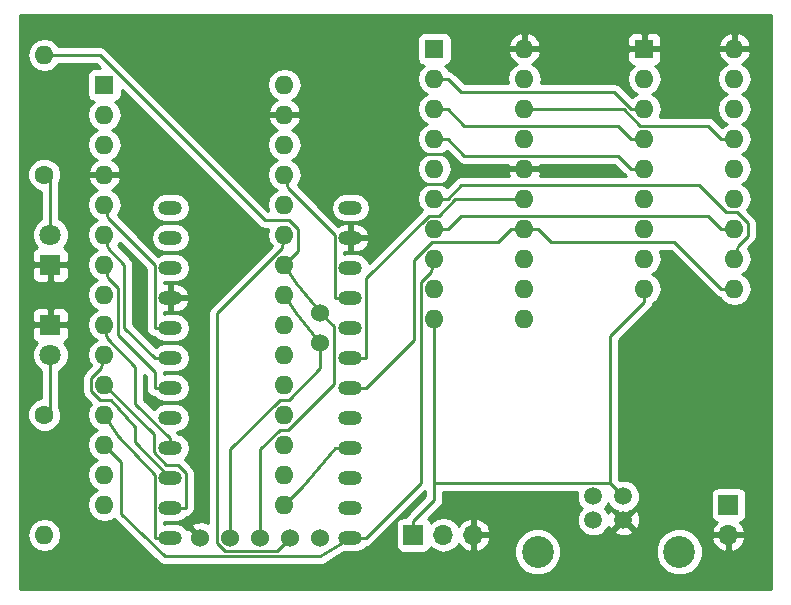
<source format=gbr>
G04 #@! TF.FileFunction,Copper,L2,Bot,Signal*
%FSLAX46Y46*%
G04 Gerber Fmt 4.6, Leading zero omitted, Abs format (unit mm)*
G04 Created by KiCad (PCBNEW 4.0.6) date 04/12/19 16:58:46*
%MOMM*%
%LPD*%
G01*
G04 APERTURE LIST*
%ADD10C,0.100000*%
%ADD11C,1.520000*%
%ADD12C,2.700000*%
%ADD13R,1.600000X1.600000*%
%ADD14O,1.600000X1.600000*%
%ADD15R,1.800000X1.800000*%
%ADD16C,1.800000*%
%ADD17C,1.600000*%
%ADD18R,1.700000X1.700000*%
%ADD19O,1.700000X1.700000*%
%ADD20O,2.000000X1.200000*%
%ADD21C,1.524000*%
%ADD22C,0.250000*%
%ADD23C,0.254000*%
G04 APERTURE END LIST*
D10*
D11*
X153162000Y-125762000D03*
X155702000Y-125762000D03*
X155702000Y-127762000D03*
X153162000Y-127762000D03*
D12*
X148432000Y-130462000D03*
X160432000Y-130462000D03*
D13*
X111760000Y-90932000D03*
D14*
X127000000Y-123952000D03*
X111760000Y-93472000D03*
X127000000Y-121412000D03*
X111760000Y-96012000D03*
X127000000Y-118872000D03*
X111760000Y-98552000D03*
X127000000Y-116332000D03*
X111760000Y-101092000D03*
X127000000Y-113792000D03*
X111760000Y-103632000D03*
X127000000Y-111252000D03*
X111760000Y-106172000D03*
X127000000Y-108712000D03*
X111760000Y-108712000D03*
X127000000Y-106172000D03*
X111760000Y-111252000D03*
X127000000Y-103632000D03*
X111760000Y-113792000D03*
X127000000Y-101092000D03*
X111760000Y-116332000D03*
X127000000Y-98552000D03*
X111760000Y-118872000D03*
X127000000Y-96012000D03*
X111760000Y-121412000D03*
X127000000Y-93472000D03*
X111760000Y-123952000D03*
X127000000Y-90932000D03*
X111760000Y-126492000D03*
X127000000Y-126492000D03*
D13*
X139700000Y-87884000D03*
D14*
X147320000Y-110744000D03*
X139700000Y-90424000D03*
X147320000Y-108204000D03*
X139700000Y-92964000D03*
X147320000Y-105664000D03*
X139700000Y-95504000D03*
X147320000Y-103124000D03*
X139700000Y-98044000D03*
X147320000Y-100584000D03*
X139700000Y-100584000D03*
X147320000Y-98044000D03*
X139700000Y-103124000D03*
X147320000Y-95504000D03*
X139700000Y-105664000D03*
X147320000Y-92964000D03*
X139700000Y-108204000D03*
X147320000Y-90424000D03*
X139700000Y-110744000D03*
X147320000Y-87884000D03*
D15*
X107188000Y-106172000D03*
D16*
X107188000Y-103632000D03*
D17*
X106680000Y-98552000D03*
D14*
X106680000Y-88392000D03*
D17*
X106680000Y-118872000D03*
D14*
X106680000Y-129032000D03*
D18*
X137922000Y-129032000D03*
D19*
X140462000Y-129032000D03*
X143002000Y-129032000D03*
D13*
X157480000Y-87884000D03*
D14*
X165100000Y-108204000D03*
X157480000Y-90424000D03*
X165100000Y-105664000D03*
X157480000Y-92964000D03*
X165100000Y-103124000D03*
X157480000Y-95504000D03*
X165100000Y-100584000D03*
X157480000Y-98044000D03*
X165100000Y-98044000D03*
X157480000Y-100584000D03*
X165100000Y-95504000D03*
X157480000Y-103124000D03*
X165100000Y-92964000D03*
X157480000Y-105664000D03*
X165100000Y-90424000D03*
X157480000Y-108204000D03*
X165100000Y-87884000D03*
D15*
X107188000Y-111252000D03*
D16*
X107188000Y-113792000D03*
D18*
X164592000Y-126492000D03*
D19*
X164592000Y-129032000D03*
D20*
X132588000Y-101346000D03*
X117348000Y-101346000D03*
X132588000Y-103886000D03*
X117348000Y-103886000D03*
X132588000Y-106426000D03*
X117348000Y-106426000D03*
X132588000Y-108966000D03*
X117348000Y-108966000D03*
X132588000Y-111506000D03*
X117348000Y-111506000D03*
X132588000Y-114046000D03*
X117348000Y-114046000D03*
X132588000Y-116586000D03*
X117348000Y-116586000D03*
X132588000Y-119126000D03*
X117348000Y-119126000D03*
X132588000Y-121666000D03*
X117348000Y-121666000D03*
X132588000Y-124206000D03*
X117348000Y-124206000D03*
X132588000Y-126746000D03*
X117348000Y-126746000D03*
X132588000Y-129286000D03*
X117348000Y-129286000D03*
D21*
X119888000Y-129286000D03*
X122428000Y-129286000D03*
X124968000Y-129286000D03*
X127508000Y-129286000D03*
X130048000Y-129286000D03*
X130048000Y-110236000D03*
X130048000Y-112776000D03*
D22*
X147320000Y-98044000D02*
X142062200Y-98044000D01*
X142062200Y-98044000D02*
X140766800Y-99339400D01*
X134315200Y-103886000D02*
X132588000Y-103886000D01*
X134721600Y-103479600D02*
X134315200Y-103886000D01*
X134721600Y-102362000D02*
X134721600Y-103479600D01*
X137744200Y-99339400D02*
X134721600Y-102362000D01*
X140766800Y-99339400D02*
X137744200Y-99339400D01*
X128447800Y-93472000D02*
X127000000Y-93472000D01*
X131775200Y-96799400D02*
X128447800Y-93472000D01*
X140817600Y-96799400D02*
X131775200Y-96799400D01*
X142062200Y-98044000D02*
X140817600Y-96799400D01*
X107188000Y-99060000D02*
X107188000Y-103632000D01*
X106680000Y-98552000D02*
X107188000Y-99060000D01*
X107188000Y-118364000D02*
X107188000Y-113792000D01*
X106680000Y-118872000D02*
X107188000Y-118364000D01*
X127000000Y-106172000D02*
X127000000Y-106172000D01*
X124968000Y-121792300D02*
X124968000Y-129286000D01*
X126618300Y-120142000D02*
X124968000Y-121792300D01*
X127324100Y-120142000D02*
X126618300Y-120142000D01*
X131167100Y-116299000D02*
X127324100Y-120142000D01*
X131167100Y-111355100D02*
X131167100Y-116299000D01*
X130048000Y-110236000D02*
X131167100Y-111355100D01*
X128016000Y-107696000D02*
X127000000Y-106172000D01*
X130048000Y-110122200D02*
X128016000Y-107696000D01*
X130048000Y-110236000D02*
X130048000Y-110122200D01*
X128161500Y-105010500D02*
X127000000Y-106172000D01*
X128161500Y-103151500D02*
X128161500Y-105010500D01*
X127372000Y-102362000D02*
X128161500Y-103151500D01*
X125318700Y-102362000D02*
X127372000Y-102362000D01*
X111348700Y-88392000D02*
X125318700Y-102362000D01*
X106680000Y-88392000D02*
X111348700Y-88392000D01*
X137922000Y-129032000D02*
X137922000Y-127856700D01*
X127281300Y-99677300D02*
X127000000Y-98552000D01*
X131262700Y-103658700D02*
X127281300Y-99677300D01*
X131262700Y-108966000D02*
X131262700Y-103658700D01*
X132588000Y-108966000D02*
X131262700Y-108966000D01*
X127000000Y-98552000D02*
X127000000Y-98552000D01*
X139700000Y-126078700D02*
X139700000Y-124660000D01*
X137922000Y-127856700D02*
X139700000Y-126078700D01*
X139700000Y-124660000D02*
X139700000Y-110744000D01*
X154600000Y-112209300D02*
X157480000Y-109329300D01*
X154600000Y-124660000D02*
X154600000Y-112209300D01*
X139700000Y-124660000D02*
X154600000Y-124660000D01*
X154600000Y-124660000D02*
X155702000Y-125762000D01*
X157480000Y-108204000D02*
X157480000Y-109329300D01*
X127000000Y-103632000D02*
X127000000Y-103632000D01*
X126810800Y-104757300D02*
X127000000Y-103632000D01*
X121330200Y-110237900D02*
X126810800Y-104757300D01*
X121330200Y-129758600D02*
X121330200Y-110237900D01*
X121968700Y-130397100D02*
X121330200Y-129758600D01*
X126396900Y-130397100D02*
X121968700Y-130397100D01*
X127508000Y-129286000D02*
X126396900Y-130397100D01*
X149570600Y-104249300D02*
X148445300Y-103124000D01*
X160020000Y-104249300D02*
X149570600Y-104249300D01*
X163974700Y-108204000D02*
X160020000Y-104249300D01*
X165100000Y-108204000D02*
X163974700Y-108204000D01*
X147320000Y-103124000D02*
X148445300Y-103124000D01*
X145069400Y-104249300D02*
X146194700Y-103124000D01*
X139492200Y-104249300D02*
X145069400Y-104249300D01*
X137977000Y-105764500D02*
X139492200Y-104249300D01*
X137977000Y-112522300D02*
X137977000Y-105764500D01*
X133913300Y-116586000D02*
X137977000Y-112522300D01*
X132588000Y-116586000D02*
X133913300Y-116586000D01*
X147320000Y-103124000D02*
X146194700Y-103124000D01*
X112041300Y-102217300D02*
X111760000Y-101092000D01*
X116022700Y-106198700D02*
X112041300Y-102217300D01*
X116022700Y-111506000D02*
X116022700Y-106198700D01*
X117348000Y-111506000D02*
X116022700Y-111506000D01*
X111760000Y-101092000D02*
X111760000Y-101092000D01*
X141462200Y-100584000D02*
X147320000Y-100584000D01*
X140047600Y-101998600D02*
X141462200Y-100584000D01*
X139228300Y-101998600D02*
X140047600Y-101998600D01*
X133913300Y-107313600D02*
X139228300Y-101998600D01*
X133913300Y-114046000D02*
X133913300Y-107313600D01*
X132588000Y-114046000D02*
X133913300Y-114046000D01*
X141950600Y-91549300D02*
X140825300Y-90424000D01*
X154940000Y-91549300D02*
X141950600Y-91549300D01*
X156354700Y-92964000D02*
X154940000Y-91549300D01*
X157480000Y-92964000D02*
X156354700Y-92964000D01*
X139700000Y-90424000D02*
X140825300Y-90424000D01*
X112041300Y-104757300D02*
X111760000Y-103632000D01*
X113455300Y-106171300D02*
X112041300Y-104757300D01*
X113455300Y-111478600D02*
X113455300Y-106171300D01*
X116022700Y-114046000D02*
X113455300Y-111478600D01*
X117348000Y-114046000D02*
X116022700Y-114046000D01*
X111760000Y-103632000D02*
X111760000Y-103632000D01*
X155717800Y-92964000D02*
X147320000Y-92964000D01*
X157132500Y-94378700D02*
X155717800Y-92964000D01*
X162849400Y-94378700D02*
X157132500Y-94378700D01*
X163974700Y-95504000D02*
X162849400Y-94378700D01*
X165100000Y-95504000D02*
X163974700Y-95504000D01*
X112041400Y-107297300D02*
X111760000Y-106172000D01*
X112885300Y-108141200D02*
X112041400Y-107297300D01*
X112885300Y-112123300D02*
X112885300Y-108141200D01*
X116022700Y-115260700D02*
X112885300Y-112123300D01*
X116022700Y-116586000D02*
X116022700Y-115260700D01*
X117348000Y-116586000D02*
X116022700Y-116586000D01*
X111760000Y-106172000D02*
X111760000Y-106172000D01*
X127000000Y-108712000D02*
X127000000Y-108712000D01*
X128016000Y-110236000D02*
X130048000Y-112776000D01*
X127000000Y-108712000D02*
X128016000Y-110236000D01*
X127000000Y-108712000D02*
X127000000Y-108712000D01*
X122428000Y-121791400D02*
X122428000Y-129286000D01*
X126617400Y-117602000D02*
X122428000Y-121791400D01*
X127360100Y-117602000D02*
X126617400Y-117602000D01*
X130048000Y-114914100D02*
X127360100Y-117602000D01*
X130048000Y-112776000D02*
X130048000Y-114914100D01*
X155229400Y-96918700D02*
X156354700Y-98044000D01*
X142240000Y-96918700D02*
X155229400Y-96918700D01*
X140825300Y-95504000D02*
X142240000Y-96918700D01*
X139700000Y-95504000D02*
X140825300Y-95504000D01*
X157480000Y-98044000D02*
X156354700Y-98044000D01*
X111976000Y-112377300D02*
X111760000Y-111252000D01*
X114388200Y-114789500D02*
X111976000Y-112377300D01*
X114388200Y-117911500D02*
X114388200Y-114789500D01*
X117348000Y-120871300D02*
X114388200Y-117911500D01*
X117348000Y-121666000D02*
X117348000Y-120871300D01*
X111760000Y-111252000D02*
X111760000Y-111252000D01*
X111478600Y-114917300D02*
X111760000Y-113792000D01*
X110634700Y-115761200D02*
X111478600Y-114917300D01*
X110634700Y-116877800D02*
X110634700Y-115761200D01*
X111358900Y-117602000D02*
X110634700Y-116877800D01*
X112344200Y-117602000D02*
X111358900Y-117602000D01*
X114347600Y-119866500D02*
X112344200Y-117602000D01*
X114347600Y-121205600D02*
X114347600Y-119866500D01*
X117348000Y-124206000D02*
X114347600Y-121205600D01*
X111760000Y-113792000D02*
X111760000Y-113792000D01*
X155229400Y-94378700D02*
X156354700Y-95504000D01*
X142240000Y-94378700D02*
X155229400Y-94378700D01*
X140825300Y-92964000D02*
X142240000Y-94378700D01*
X139700000Y-92964000D02*
X140825300Y-92964000D01*
X157480000Y-95504000D02*
X156354700Y-95504000D01*
X165381400Y-104538700D02*
X165100000Y-105664000D01*
X166225300Y-103694800D02*
X165381400Y-104538700D01*
X166225300Y-102656000D02*
X166225300Y-103694800D01*
X165278700Y-101709400D02*
X166225300Y-102656000D01*
X164425200Y-101709400D02*
X165278700Y-101709400D01*
X162139500Y-99423700D02*
X164425200Y-101709400D01*
X141985600Y-99423700D02*
X162139500Y-99423700D01*
X140825300Y-100584000D02*
X141985600Y-99423700D01*
X165100000Y-105664000D02*
X165100000Y-105664000D01*
X139700000Y-100584000D02*
X140825300Y-100584000D01*
X115941600Y-120513600D02*
X111760000Y-116332000D01*
X115941600Y-122030000D02*
X115941600Y-120513600D01*
X117006900Y-123095300D02*
X115941600Y-122030000D01*
X117974800Y-123095300D02*
X117006900Y-123095300D01*
X118673300Y-123793800D02*
X117974800Y-123095300D01*
X118673300Y-126746000D02*
X118673300Y-123793800D01*
X117348000Y-126746000D02*
X118673300Y-126746000D01*
X112928400Y-120700800D02*
X111760000Y-118872000D01*
X116022700Y-123978700D02*
X112928400Y-120700800D01*
X116022700Y-129286000D02*
X116022700Y-123978700D01*
X117348000Y-129286000D02*
X116022700Y-129286000D01*
X111760000Y-118872000D02*
X111760000Y-118872000D01*
X165100000Y-103124000D02*
X163974700Y-103124000D01*
X139700000Y-103124000D02*
X140825300Y-103124000D01*
X162849400Y-101998700D02*
X163974700Y-103124000D01*
X141950600Y-101998700D02*
X162849400Y-101998700D01*
X140825300Y-103124000D02*
X141950600Y-101998700D01*
X112776000Y-122428000D02*
X111760000Y-121412000D01*
X113157000Y-122859800D02*
X112776000Y-122428000D01*
X113157000Y-127228600D02*
X113157000Y-122859800D01*
X116927300Y-130850100D02*
X113157000Y-127228600D01*
X130029900Y-130850100D02*
X116927300Y-130850100D01*
X132588000Y-129286000D02*
X130029900Y-130850100D01*
X132588000Y-129286000D02*
X132588000Y-129286000D01*
X111760000Y-121412000D02*
X111760000Y-121412000D01*
X132139800Y-129286000D02*
X132588000Y-129286000D01*
X132139800Y-129286000D02*
X132588000Y-129286000D01*
X139418600Y-106789300D02*
X139700000Y-105664000D01*
X138574700Y-107633200D02*
X139418600Y-106789300D01*
X138574700Y-124624600D02*
X138574700Y-107633200D01*
X133913300Y-129286000D02*
X138574700Y-124624600D01*
X132588000Y-129286000D02*
X133913300Y-129286000D01*
X139700000Y-105664000D02*
X139700000Y-105664000D01*
X128524000Y-124968000D02*
X127000000Y-126492000D01*
X131262700Y-121666000D02*
X128524000Y-124968000D01*
X132588000Y-121666000D02*
X131262700Y-121666000D01*
X127000000Y-126492000D02*
X127000000Y-126492000D01*
D23*
G36*
X168222000Y-133622000D02*
X104642000Y-133622000D01*
X104642000Y-129003887D01*
X105245000Y-129003887D01*
X105245000Y-129060113D01*
X105354233Y-129609264D01*
X105665302Y-130074811D01*
X106130849Y-130385880D01*
X106680000Y-130495113D01*
X107229151Y-130385880D01*
X107694698Y-130074811D01*
X108005767Y-129609264D01*
X108115000Y-129060113D01*
X108115000Y-129003887D01*
X108005767Y-128454736D01*
X107694698Y-127989189D01*
X107229151Y-127678120D01*
X106680000Y-127568887D01*
X106130849Y-127678120D01*
X105665302Y-127989189D01*
X105354233Y-128454736D01*
X105245000Y-129003887D01*
X104642000Y-129003887D01*
X104642000Y-119156187D01*
X105244752Y-119156187D01*
X105462757Y-119683800D01*
X105866077Y-120087824D01*
X106393309Y-120306750D01*
X106964187Y-120307248D01*
X107491800Y-120089243D01*
X107895824Y-119685923D01*
X108114750Y-119158691D01*
X108115248Y-118587813D01*
X107948000Y-118183041D01*
X107948000Y-115138846D01*
X108056371Y-115094068D01*
X108488551Y-114662643D01*
X108722733Y-114098670D01*
X108723265Y-113488009D01*
X108490068Y-112923629D01*
X108312908Y-112746159D01*
X108447699Y-112690327D01*
X108626327Y-112511698D01*
X108723000Y-112278309D01*
X108723000Y-111537750D01*
X108564250Y-111379000D01*
X107315000Y-111379000D01*
X107315000Y-111399000D01*
X107061000Y-111399000D01*
X107061000Y-111379000D01*
X105811750Y-111379000D01*
X105653000Y-111537750D01*
X105653000Y-112278309D01*
X105749673Y-112511698D01*
X105928301Y-112690327D01*
X106062994Y-112746119D01*
X105887449Y-112921357D01*
X105653267Y-113485330D01*
X105652735Y-114095991D01*
X105885932Y-114660371D01*
X106317357Y-115092551D01*
X106428000Y-115138494D01*
X106428000Y-117436780D01*
X106395813Y-117436752D01*
X105868200Y-117654757D01*
X105464176Y-118058077D01*
X105245250Y-118585309D01*
X105244752Y-119156187D01*
X104642000Y-119156187D01*
X104642000Y-110225691D01*
X105653000Y-110225691D01*
X105653000Y-110966250D01*
X105811750Y-111125000D01*
X107061000Y-111125000D01*
X107061000Y-109875750D01*
X107315000Y-109875750D01*
X107315000Y-111125000D01*
X108564250Y-111125000D01*
X108723000Y-110966250D01*
X108723000Y-110225691D01*
X108626327Y-109992302D01*
X108447699Y-109813673D01*
X108214310Y-109717000D01*
X107473750Y-109717000D01*
X107315000Y-109875750D01*
X107061000Y-109875750D01*
X106902250Y-109717000D01*
X106161690Y-109717000D01*
X105928301Y-109813673D01*
X105749673Y-109992302D01*
X105653000Y-110225691D01*
X104642000Y-110225691D01*
X104642000Y-106457750D01*
X105653000Y-106457750D01*
X105653000Y-107198309D01*
X105749673Y-107431698D01*
X105928301Y-107610327D01*
X106161690Y-107707000D01*
X106902250Y-107707000D01*
X107061000Y-107548250D01*
X107061000Y-106299000D01*
X107315000Y-106299000D01*
X107315000Y-107548250D01*
X107473750Y-107707000D01*
X108214310Y-107707000D01*
X108447699Y-107610327D01*
X108626327Y-107431698D01*
X108723000Y-107198309D01*
X108723000Y-106457750D01*
X108564250Y-106299000D01*
X107315000Y-106299000D01*
X107061000Y-106299000D01*
X105811750Y-106299000D01*
X105653000Y-106457750D01*
X104642000Y-106457750D01*
X104642000Y-98836187D01*
X105244752Y-98836187D01*
X105462757Y-99363800D01*
X105866077Y-99767824D01*
X106393309Y-99986750D01*
X106428000Y-99986780D01*
X106428000Y-102285154D01*
X106319629Y-102329932D01*
X105887449Y-102761357D01*
X105653267Y-103325330D01*
X105652735Y-103935991D01*
X105885932Y-104500371D01*
X106063092Y-104677841D01*
X105928301Y-104733673D01*
X105749673Y-104912302D01*
X105653000Y-105145691D01*
X105653000Y-105886250D01*
X105811750Y-106045000D01*
X107061000Y-106045000D01*
X107061000Y-106025000D01*
X107315000Y-106025000D01*
X107315000Y-106045000D01*
X108564250Y-106045000D01*
X108723000Y-105886250D01*
X108723000Y-105145691D01*
X108626327Y-104912302D01*
X108447699Y-104733673D01*
X108313006Y-104677881D01*
X108488551Y-104502643D01*
X108722733Y-103938670D01*
X108723265Y-103328009D01*
X108490068Y-102763629D01*
X108058643Y-102331449D01*
X107948000Y-102285506D01*
X107948000Y-99240269D01*
X108114750Y-98838691D01*
X108115248Y-98267813D01*
X107897243Y-97740200D01*
X107493923Y-97336176D01*
X106966691Y-97117250D01*
X106395813Y-97116752D01*
X105868200Y-97334757D01*
X105464176Y-97738077D01*
X105245250Y-98265309D01*
X105244752Y-98836187D01*
X104642000Y-98836187D01*
X104642000Y-88363887D01*
X105245000Y-88363887D01*
X105245000Y-88420113D01*
X105354233Y-88969264D01*
X105665302Y-89434811D01*
X106130849Y-89745880D01*
X106680000Y-89855113D01*
X107229151Y-89745880D01*
X107694698Y-89434811D01*
X107883667Y-89152000D01*
X111033898Y-89152000D01*
X111366458Y-89484560D01*
X110960000Y-89484560D01*
X110724683Y-89528838D01*
X110508559Y-89667910D01*
X110363569Y-89880110D01*
X110312560Y-90132000D01*
X110312560Y-91732000D01*
X110356838Y-91967317D01*
X110495910Y-92183441D01*
X110708110Y-92328431D01*
X110863089Y-92359815D01*
X110717189Y-92457302D01*
X110406120Y-92922849D01*
X110296887Y-93472000D01*
X110406120Y-94021151D01*
X110717189Y-94486698D01*
X111099275Y-94742000D01*
X110717189Y-94997302D01*
X110406120Y-95462849D01*
X110296887Y-96012000D01*
X110406120Y-96561151D01*
X110717189Y-97026698D01*
X111121703Y-97296986D01*
X110904866Y-97399611D01*
X110528959Y-97814577D01*
X110368096Y-98202961D01*
X110490085Y-98425000D01*
X111633000Y-98425000D01*
X111633000Y-98405000D01*
X111887000Y-98405000D01*
X111887000Y-98425000D01*
X113029915Y-98425000D01*
X113151904Y-98202961D01*
X112991041Y-97814577D01*
X112615134Y-97399611D01*
X112398297Y-97296986D01*
X112802811Y-97026698D01*
X113113880Y-96561151D01*
X113223113Y-96012000D01*
X113113880Y-95462849D01*
X112802811Y-94997302D01*
X112420725Y-94742000D01*
X112802811Y-94486698D01*
X113113880Y-94021151D01*
X113223113Y-93472000D01*
X113113880Y-92922849D01*
X112802811Y-92457302D01*
X112658535Y-92360899D01*
X112795317Y-92335162D01*
X113011441Y-92196090D01*
X113156431Y-91983890D01*
X113207440Y-91732000D01*
X113207440Y-91325542D01*
X124781299Y-102899401D01*
X125027860Y-103064148D01*
X125076114Y-103073746D01*
X125318700Y-103122000D01*
X125638332Y-103122000D01*
X125536887Y-103632000D01*
X125646120Y-104181151D01*
X125912893Y-104580405D01*
X120792799Y-109700499D01*
X120628052Y-109947061D01*
X120570200Y-110237900D01*
X120570200Y-128046142D01*
X120095698Y-127876856D01*
X119540632Y-127904638D01*
X119156857Y-128063603D01*
X119087392Y-128305787D01*
X119888000Y-129106395D01*
X119902143Y-129092253D01*
X120081748Y-129271858D01*
X120067605Y-129286000D01*
X120081748Y-129300143D01*
X119902143Y-129479748D01*
X119888000Y-129465605D01*
X119873858Y-129479748D01*
X119694253Y-129300143D01*
X119708395Y-129286000D01*
X118907787Y-128485392D01*
X118734983Y-128534957D01*
X118653309Y-128412723D01*
X118252646Y-128145009D01*
X117780032Y-128051000D01*
X116915968Y-128051000D01*
X116782700Y-128077509D01*
X116782700Y-127954491D01*
X116915968Y-127981000D01*
X117780032Y-127981000D01*
X118252646Y-127886991D01*
X118653309Y-127619277D01*
X118737536Y-127493223D01*
X118964139Y-127448148D01*
X119210701Y-127283401D01*
X119375448Y-127036839D01*
X119433300Y-126746000D01*
X119433300Y-123793800D01*
X119375448Y-123502961D01*
X119375448Y-123502960D01*
X119210701Y-123256399D01*
X118557558Y-122603256D01*
X118653309Y-122539277D01*
X118921023Y-122138614D01*
X119015032Y-121666000D01*
X118921023Y-121193386D01*
X118653309Y-120792723D01*
X118252646Y-120525009D01*
X117976378Y-120470056D01*
X117889023Y-120339320D01*
X118252646Y-120266991D01*
X118653309Y-119999277D01*
X118921023Y-119598614D01*
X119015032Y-119126000D01*
X118921023Y-118653386D01*
X118653309Y-118252723D01*
X118252646Y-117985009D01*
X117780032Y-117891000D01*
X116915968Y-117891000D01*
X116443354Y-117985009D01*
X116042691Y-118252723D01*
X115947175Y-118395673D01*
X115148200Y-117596698D01*
X115148200Y-115461002D01*
X115262700Y-115575502D01*
X115262700Y-116586000D01*
X115320552Y-116876839D01*
X115485299Y-117123401D01*
X115731861Y-117288148D01*
X115958464Y-117333223D01*
X116042691Y-117459277D01*
X116443354Y-117726991D01*
X116915968Y-117821000D01*
X117780032Y-117821000D01*
X118252646Y-117726991D01*
X118653309Y-117459277D01*
X118921023Y-117058614D01*
X119015032Y-116586000D01*
X118921023Y-116113386D01*
X118653309Y-115712723D01*
X118252646Y-115445009D01*
X117780032Y-115351000D01*
X116915968Y-115351000D01*
X116782700Y-115377509D01*
X116782700Y-115260700D01*
X116781414Y-115254236D01*
X116915968Y-115281000D01*
X117780032Y-115281000D01*
X118252646Y-115186991D01*
X118653309Y-114919277D01*
X118921023Y-114518614D01*
X119015032Y-114046000D01*
X118921023Y-113573386D01*
X118653309Y-113172723D01*
X118252646Y-112905009D01*
X117780032Y-112811000D01*
X116915968Y-112811000D01*
X116443354Y-112905009D01*
X116151513Y-113100011D01*
X114215300Y-111163798D01*
X114215300Y-106171300D01*
X114157448Y-105880461D01*
X113992701Y-105633899D01*
X112883997Y-104525195D01*
X113040368Y-104291170D01*
X115262700Y-106513502D01*
X115262700Y-111506000D01*
X115320552Y-111796839D01*
X115485299Y-112043401D01*
X115731861Y-112208148D01*
X115958464Y-112253223D01*
X116042691Y-112379277D01*
X116443354Y-112646991D01*
X116915968Y-112741000D01*
X117780032Y-112741000D01*
X118252646Y-112646991D01*
X118653309Y-112379277D01*
X118921023Y-111978614D01*
X119015032Y-111506000D01*
X118921023Y-111033386D01*
X118653309Y-110632723D01*
X118252646Y-110365009D01*
X117780032Y-110271000D01*
X116915968Y-110271000D01*
X116782700Y-110297509D01*
X116782700Y-110189202D01*
X116821000Y-110201000D01*
X117221000Y-110201000D01*
X117221000Y-109093000D01*
X117475000Y-109093000D01*
X117475000Y-110201000D01*
X117875000Y-110201000D01*
X118337947Y-110058390D01*
X118711080Y-109749474D01*
X118937592Y-109321281D01*
X118941462Y-109283609D01*
X118816731Y-109093000D01*
X117475000Y-109093000D01*
X117221000Y-109093000D01*
X117201000Y-109093000D01*
X117201000Y-108839000D01*
X117221000Y-108839000D01*
X117221000Y-107731000D01*
X117475000Y-107731000D01*
X117475000Y-108839000D01*
X118816731Y-108839000D01*
X118941462Y-108648391D01*
X118937592Y-108610719D01*
X118711080Y-108182526D01*
X118337947Y-107873610D01*
X117875000Y-107731000D01*
X117475000Y-107731000D01*
X117221000Y-107731000D01*
X116821000Y-107731000D01*
X116782700Y-107742798D01*
X116782700Y-107634491D01*
X116915968Y-107661000D01*
X117780032Y-107661000D01*
X118252646Y-107566991D01*
X118653309Y-107299277D01*
X118921023Y-106898614D01*
X119015032Y-106426000D01*
X118921023Y-105953386D01*
X118653309Y-105552723D01*
X118252646Y-105285009D01*
X117780032Y-105191000D01*
X116915968Y-105191000D01*
X116443354Y-105285009D01*
X116287769Y-105388967D01*
X114784802Y-103886000D01*
X115680968Y-103886000D01*
X115774977Y-104358614D01*
X116042691Y-104759277D01*
X116443354Y-105026991D01*
X116915968Y-105121000D01*
X117780032Y-105121000D01*
X118252646Y-105026991D01*
X118653309Y-104759277D01*
X118921023Y-104358614D01*
X119015032Y-103886000D01*
X118921023Y-103413386D01*
X118653309Y-103012723D01*
X118252646Y-102745009D01*
X117780032Y-102651000D01*
X116915968Y-102651000D01*
X116443354Y-102745009D01*
X116042691Y-103012723D01*
X115774977Y-103413386D01*
X115680968Y-103886000D01*
X114784802Y-103886000D01*
X112883997Y-101985195D01*
X113113880Y-101641151D01*
X113172589Y-101346000D01*
X115680968Y-101346000D01*
X115774977Y-101818614D01*
X116042691Y-102219277D01*
X116443354Y-102486991D01*
X116915968Y-102581000D01*
X117780032Y-102581000D01*
X118252646Y-102486991D01*
X118653309Y-102219277D01*
X118921023Y-101818614D01*
X119015032Y-101346000D01*
X118921023Y-100873386D01*
X118653309Y-100472723D01*
X118252646Y-100205009D01*
X117780032Y-100111000D01*
X116915968Y-100111000D01*
X116443354Y-100205009D01*
X116042691Y-100472723D01*
X115774977Y-100873386D01*
X115680968Y-101346000D01*
X113172589Y-101346000D01*
X113223113Y-101092000D01*
X113113880Y-100542849D01*
X112802811Y-100077302D01*
X112398297Y-99807014D01*
X112615134Y-99704389D01*
X112991041Y-99289423D01*
X113151904Y-98901039D01*
X113029915Y-98679000D01*
X111887000Y-98679000D01*
X111887000Y-98699000D01*
X111633000Y-98699000D01*
X111633000Y-98679000D01*
X110490085Y-98679000D01*
X110368096Y-98901039D01*
X110528959Y-99289423D01*
X110904866Y-99704389D01*
X111121703Y-99807014D01*
X110717189Y-100077302D01*
X110406120Y-100542849D01*
X110296887Y-101092000D01*
X110406120Y-101641151D01*
X110717189Y-102106698D01*
X111099275Y-102362000D01*
X110717189Y-102617302D01*
X110406120Y-103082849D01*
X110296887Y-103632000D01*
X110406120Y-104181151D01*
X110717189Y-104646698D01*
X111099275Y-104902000D01*
X110717189Y-105157302D01*
X110406120Y-105622849D01*
X110296887Y-106172000D01*
X110406120Y-106721151D01*
X110717189Y-107186698D01*
X111099275Y-107442000D01*
X110717189Y-107697302D01*
X110406120Y-108162849D01*
X110296887Y-108712000D01*
X110406120Y-109261151D01*
X110717189Y-109726698D01*
X111099275Y-109982000D01*
X110717189Y-110237302D01*
X110406120Y-110702849D01*
X110296887Y-111252000D01*
X110406120Y-111801151D01*
X110717189Y-112266698D01*
X111099275Y-112522000D01*
X110717189Y-112777302D01*
X110406120Y-113242849D01*
X110296887Y-113792000D01*
X110406120Y-114341151D01*
X110635963Y-114685135D01*
X110097299Y-115223799D01*
X109932552Y-115470361D01*
X109874700Y-115761200D01*
X109874700Y-116877800D01*
X109932552Y-117168639D01*
X110097299Y-117415201D01*
X110645977Y-117963879D01*
X110406120Y-118322849D01*
X110296887Y-118872000D01*
X110406120Y-119421151D01*
X110717189Y-119886698D01*
X111099275Y-120142000D01*
X110717189Y-120397302D01*
X110406120Y-120862849D01*
X110296887Y-121412000D01*
X110406120Y-121961151D01*
X110717189Y-122426698D01*
X111099275Y-122682000D01*
X110717189Y-122937302D01*
X110406120Y-123402849D01*
X110296887Y-123952000D01*
X110406120Y-124501151D01*
X110717189Y-124966698D01*
X111099275Y-125222000D01*
X110717189Y-125477302D01*
X110406120Y-125942849D01*
X110296887Y-126492000D01*
X110406120Y-127041151D01*
X110717189Y-127506698D01*
X111182736Y-127817767D01*
X111731887Y-127927000D01*
X111788113Y-127927000D01*
X112337264Y-127817767D01*
X112556367Y-127671367D01*
X112619599Y-127766001D01*
X112626071Y-127770325D01*
X112630524Y-127776708D01*
X116400824Y-131398208D01*
X116519416Y-131474041D01*
X116636461Y-131552248D01*
X116644094Y-131553766D01*
X116650651Y-131557959D01*
X116789231Y-131582636D01*
X116927300Y-131610100D01*
X130029900Y-131610100D01*
X130088422Y-131598459D01*
X130148042Y-131600861D01*
X130232491Y-131569802D01*
X130320739Y-131552248D01*
X130370350Y-131519099D01*
X130426353Y-131498502D01*
X131478627Y-130855109D01*
X146446657Y-130855109D01*
X146748218Y-131584943D01*
X147306120Y-132143819D01*
X148035427Y-132446654D01*
X148825109Y-132447343D01*
X149554943Y-132145782D01*
X150113819Y-131587880D01*
X150416654Y-130858573D01*
X150416657Y-130855109D01*
X158446657Y-130855109D01*
X158748218Y-131584943D01*
X159306120Y-132143819D01*
X160035427Y-132446654D01*
X160825109Y-132447343D01*
X161554943Y-132145782D01*
X162113819Y-131587880D01*
X162416654Y-130858573D01*
X162417343Y-130068891D01*
X162136373Y-129388890D01*
X163150524Y-129388890D01*
X163320355Y-129798924D01*
X163710642Y-130227183D01*
X164235108Y-130473486D01*
X164465000Y-130352819D01*
X164465000Y-129159000D01*
X164719000Y-129159000D01*
X164719000Y-130352819D01*
X164948892Y-130473486D01*
X165473358Y-130227183D01*
X165863645Y-129798924D01*
X166033476Y-129388890D01*
X165912155Y-129159000D01*
X164719000Y-129159000D01*
X164465000Y-129159000D01*
X163271845Y-129159000D01*
X163150524Y-129388890D01*
X162136373Y-129388890D01*
X162115782Y-129339057D01*
X161557880Y-128780181D01*
X160828573Y-128477346D01*
X160038891Y-128476657D01*
X159309057Y-128778218D01*
X158750181Y-129336120D01*
X158447346Y-130065427D01*
X158446657Y-130855109D01*
X150416657Y-130855109D01*
X150417343Y-130068891D01*
X150115782Y-129339057D01*
X149557880Y-128780181D01*
X148828573Y-128477346D01*
X148038891Y-128476657D01*
X147309057Y-128778218D01*
X146750181Y-129336120D01*
X146447346Y-130065427D01*
X146446657Y-130855109D01*
X131478627Y-130855109D01*
X132057198Y-130501353D01*
X132155968Y-130521000D01*
X133020032Y-130521000D01*
X133492646Y-130426991D01*
X133893309Y-130159277D01*
X133977536Y-130033223D01*
X134204139Y-129988148D01*
X134450701Y-129823401D01*
X138940000Y-125334102D01*
X138940000Y-125763898D01*
X137384599Y-127319299D01*
X137240767Y-127534560D01*
X137072000Y-127534560D01*
X136836683Y-127578838D01*
X136620559Y-127717910D01*
X136475569Y-127930110D01*
X136424560Y-128182000D01*
X136424560Y-129882000D01*
X136468838Y-130117317D01*
X136607910Y-130333441D01*
X136820110Y-130478431D01*
X137072000Y-130529440D01*
X138772000Y-130529440D01*
X139007317Y-130485162D01*
X139223441Y-130346090D01*
X139368431Y-130133890D01*
X139382086Y-130066459D01*
X139411946Y-130111147D01*
X139893715Y-130433054D01*
X140462000Y-130546093D01*
X141030285Y-130433054D01*
X141512054Y-130111147D01*
X141739702Y-129770447D01*
X141806817Y-129913358D01*
X142235076Y-130303645D01*
X142645110Y-130473476D01*
X142875000Y-130352155D01*
X142875000Y-129159000D01*
X143129000Y-129159000D01*
X143129000Y-130352155D01*
X143358890Y-130473476D01*
X143768924Y-130303645D01*
X144197183Y-129913358D01*
X144443486Y-129388892D01*
X144322819Y-129159000D01*
X143129000Y-129159000D01*
X142875000Y-129159000D01*
X142855000Y-129159000D01*
X142855000Y-128905000D01*
X142875000Y-128905000D01*
X142875000Y-127711845D01*
X143129000Y-127711845D01*
X143129000Y-128905000D01*
X144322819Y-128905000D01*
X144443486Y-128675108D01*
X144197183Y-128150642D01*
X143768924Y-127760355D01*
X143358890Y-127590524D01*
X143129000Y-127711845D01*
X142875000Y-127711845D01*
X142645110Y-127590524D01*
X142235076Y-127760355D01*
X141806817Y-128150642D01*
X141739702Y-128293553D01*
X141512054Y-127952853D01*
X141030285Y-127630946D01*
X140462000Y-127517907D01*
X139893715Y-127630946D01*
X139411946Y-127952853D01*
X139384150Y-127994452D01*
X139375162Y-127946683D01*
X139236090Y-127730559D01*
X139168871Y-127684631D01*
X140237401Y-126616101D01*
X140402148Y-126369539D01*
X140460000Y-126078700D01*
X140460000Y-125420000D01*
X151793527Y-125420000D01*
X151767242Y-125483300D01*
X151766758Y-126038265D01*
X151978687Y-126551172D01*
X152189171Y-126762024D01*
X151980066Y-126970764D01*
X151767242Y-127483300D01*
X151766758Y-128038265D01*
X151978687Y-128551172D01*
X152370764Y-128943934D01*
X152883300Y-129156758D01*
X153438265Y-129157242D01*
X153951172Y-128945313D01*
X154156078Y-128740764D01*
X154902841Y-128740764D01*
X154972059Y-128982742D01*
X155494780Y-129169155D01*
X156049049Y-129141341D01*
X156431941Y-128982742D01*
X156501159Y-128740764D01*
X155702000Y-127941605D01*
X154902841Y-128740764D01*
X154156078Y-128740764D01*
X154343934Y-128553236D01*
X154425391Y-128357066D01*
X154481258Y-128491941D01*
X154723236Y-128561159D01*
X155522395Y-127762000D01*
X155881605Y-127762000D01*
X156680764Y-128561159D01*
X156922742Y-128491941D01*
X157109155Y-127969220D01*
X157081341Y-127414951D01*
X156922742Y-127032059D01*
X156680764Y-126962841D01*
X155881605Y-127762000D01*
X155522395Y-127762000D01*
X154723236Y-126962841D01*
X154481258Y-127032059D01*
X154429618Y-127176862D01*
X154345313Y-126972828D01*
X154134829Y-126761976D01*
X154343934Y-126553236D01*
X154431954Y-126341262D01*
X154518687Y-126551172D01*
X154910764Y-126943934D01*
X155172024Y-127052419D01*
X155702000Y-127582395D01*
X156231990Y-127052405D01*
X156491172Y-126945313D01*
X156883934Y-126553236D01*
X157096758Y-126040700D01*
X157097105Y-125642000D01*
X163094560Y-125642000D01*
X163094560Y-127342000D01*
X163138838Y-127577317D01*
X163277910Y-127793441D01*
X163490110Y-127938431D01*
X163598107Y-127960301D01*
X163320355Y-128265076D01*
X163150524Y-128675110D01*
X163271845Y-128905000D01*
X164465000Y-128905000D01*
X164465000Y-128885000D01*
X164719000Y-128885000D01*
X164719000Y-128905000D01*
X165912155Y-128905000D01*
X166033476Y-128675110D01*
X165863645Y-128265076D01*
X165587499Y-127962063D01*
X165677317Y-127945162D01*
X165893441Y-127806090D01*
X166038431Y-127593890D01*
X166089440Y-127342000D01*
X166089440Y-125642000D01*
X166045162Y-125406683D01*
X165906090Y-125190559D01*
X165693890Y-125045569D01*
X165442000Y-124994560D01*
X163742000Y-124994560D01*
X163506683Y-125038838D01*
X163290559Y-125177910D01*
X163145569Y-125390110D01*
X163094560Y-125642000D01*
X157097105Y-125642000D01*
X157097242Y-125485735D01*
X156885313Y-124972828D01*
X156493236Y-124580066D01*
X155980700Y-124367242D01*
X155425735Y-124366758D01*
X155394476Y-124379674D01*
X155360000Y-124345198D01*
X155360000Y-112524102D01*
X158017401Y-109866701D01*
X158182148Y-109620139D01*
X158222022Y-109419679D01*
X158522811Y-109218698D01*
X158833880Y-108753151D01*
X158943113Y-108204000D01*
X158833880Y-107654849D01*
X158522811Y-107189302D01*
X158140725Y-106934000D01*
X158522811Y-106678698D01*
X158833880Y-106213151D01*
X158943113Y-105664000D01*
X158833880Y-105114849D01*
X158763354Y-105009300D01*
X159705198Y-105009300D01*
X163437299Y-108741401D01*
X163683860Y-108906148D01*
X163873563Y-108943882D01*
X164057189Y-109218698D01*
X164522736Y-109529767D01*
X165071887Y-109639000D01*
X165128113Y-109639000D01*
X165677264Y-109529767D01*
X166142811Y-109218698D01*
X166453880Y-108753151D01*
X166563113Y-108204000D01*
X166453880Y-107654849D01*
X166142811Y-107189302D01*
X165760725Y-106934000D01*
X166142811Y-106678698D01*
X166453880Y-106213151D01*
X166563113Y-105664000D01*
X166453880Y-105114849D01*
X166224037Y-104770865D01*
X166762701Y-104232201D01*
X166927448Y-103985639D01*
X166985300Y-103694800D01*
X166985300Y-102656000D01*
X166927448Y-102365161D01*
X166762701Y-102118599D01*
X166182861Y-101538759D01*
X166453880Y-101133151D01*
X166563113Y-100584000D01*
X166453880Y-100034849D01*
X166142811Y-99569302D01*
X165760725Y-99314000D01*
X166142811Y-99058698D01*
X166453880Y-98593151D01*
X166563113Y-98044000D01*
X166453880Y-97494849D01*
X166142811Y-97029302D01*
X165760725Y-96774000D01*
X166142811Y-96518698D01*
X166453880Y-96053151D01*
X166563113Y-95504000D01*
X166453880Y-94954849D01*
X166142811Y-94489302D01*
X165760725Y-94234000D01*
X166142811Y-93978698D01*
X166453880Y-93513151D01*
X166563113Y-92964000D01*
X166453880Y-92414849D01*
X166142811Y-91949302D01*
X165760725Y-91694000D01*
X166142811Y-91438698D01*
X166453880Y-90973151D01*
X166563113Y-90424000D01*
X166453880Y-89874849D01*
X166142811Y-89409302D01*
X165738297Y-89139014D01*
X165955134Y-89036389D01*
X166331041Y-88621423D01*
X166491904Y-88233039D01*
X166369915Y-88011000D01*
X165227000Y-88011000D01*
X165227000Y-88031000D01*
X164973000Y-88031000D01*
X164973000Y-88011000D01*
X163830085Y-88011000D01*
X163708096Y-88233039D01*
X163868959Y-88621423D01*
X164244866Y-89036389D01*
X164461703Y-89139014D01*
X164057189Y-89409302D01*
X163746120Y-89874849D01*
X163636887Y-90424000D01*
X163746120Y-90973151D01*
X164057189Y-91438698D01*
X164439275Y-91694000D01*
X164057189Y-91949302D01*
X163746120Y-92414849D01*
X163636887Y-92964000D01*
X163746120Y-93513151D01*
X164057189Y-93978698D01*
X164439275Y-94234000D01*
X164057189Y-94489302D01*
X164048223Y-94502721D01*
X163386801Y-93841299D01*
X163140239Y-93676552D01*
X162849400Y-93618700D01*
X158763354Y-93618700D01*
X158833880Y-93513151D01*
X158943113Y-92964000D01*
X158833880Y-92414849D01*
X158522811Y-91949302D01*
X158140725Y-91694000D01*
X158522811Y-91438698D01*
X158833880Y-90973151D01*
X158943113Y-90424000D01*
X158833880Y-89874849D01*
X158522811Y-89409302D01*
X158387665Y-89319000D01*
X158406309Y-89319000D01*
X158639698Y-89222327D01*
X158818327Y-89043699D01*
X158915000Y-88810310D01*
X158915000Y-88169750D01*
X158756250Y-88011000D01*
X157607000Y-88011000D01*
X157607000Y-88031000D01*
X157353000Y-88031000D01*
X157353000Y-88011000D01*
X156203750Y-88011000D01*
X156045000Y-88169750D01*
X156045000Y-88810310D01*
X156141673Y-89043699D01*
X156320302Y-89222327D01*
X156553691Y-89319000D01*
X156572335Y-89319000D01*
X156437189Y-89409302D01*
X156126120Y-89874849D01*
X156016887Y-90424000D01*
X156126120Y-90973151D01*
X156437189Y-91438698D01*
X156819275Y-91694000D01*
X156437189Y-91949302D01*
X156428223Y-91962721D01*
X155477401Y-91011899D01*
X155230839Y-90847152D01*
X154940000Y-90789300D01*
X148710450Y-90789300D01*
X148783113Y-90424000D01*
X148673880Y-89874849D01*
X148362811Y-89409302D01*
X147958297Y-89139014D01*
X148175134Y-89036389D01*
X148551041Y-88621423D01*
X148711904Y-88233039D01*
X148589915Y-88011000D01*
X147447000Y-88011000D01*
X147447000Y-88031000D01*
X147193000Y-88031000D01*
X147193000Y-88011000D01*
X146050085Y-88011000D01*
X145928096Y-88233039D01*
X146088959Y-88621423D01*
X146464866Y-89036389D01*
X146681703Y-89139014D01*
X146277189Y-89409302D01*
X145966120Y-89874849D01*
X145856887Y-90424000D01*
X145929550Y-90789300D01*
X142265402Y-90789300D01*
X141362701Y-89886599D01*
X141116139Y-89721852D01*
X140926437Y-89684118D01*
X140742811Y-89409302D01*
X140598535Y-89312899D01*
X140735317Y-89287162D01*
X140951441Y-89148090D01*
X141096431Y-88935890D01*
X141147440Y-88684000D01*
X141147440Y-87534961D01*
X145928096Y-87534961D01*
X146050085Y-87757000D01*
X147193000Y-87757000D01*
X147193000Y-86613371D01*
X147447000Y-86613371D01*
X147447000Y-87757000D01*
X148589915Y-87757000D01*
X148711904Y-87534961D01*
X148551041Y-87146577D01*
X148379934Y-86957690D01*
X156045000Y-86957690D01*
X156045000Y-87598250D01*
X156203750Y-87757000D01*
X157353000Y-87757000D01*
X157353000Y-86607750D01*
X157607000Y-86607750D01*
X157607000Y-87757000D01*
X158756250Y-87757000D01*
X158915000Y-87598250D01*
X158915000Y-87534961D01*
X163708096Y-87534961D01*
X163830085Y-87757000D01*
X164973000Y-87757000D01*
X164973000Y-86613371D01*
X165227000Y-86613371D01*
X165227000Y-87757000D01*
X166369915Y-87757000D01*
X166491904Y-87534961D01*
X166331041Y-87146577D01*
X165955134Y-86731611D01*
X165449041Y-86492086D01*
X165227000Y-86613371D01*
X164973000Y-86613371D01*
X164750959Y-86492086D01*
X164244866Y-86731611D01*
X163868959Y-87146577D01*
X163708096Y-87534961D01*
X158915000Y-87534961D01*
X158915000Y-86957690D01*
X158818327Y-86724301D01*
X158639698Y-86545673D01*
X158406309Y-86449000D01*
X157765750Y-86449000D01*
X157607000Y-86607750D01*
X157353000Y-86607750D01*
X157194250Y-86449000D01*
X156553691Y-86449000D01*
X156320302Y-86545673D01*
X156141673Y-86724301D01*
X156045000Y-86957690D01*
X148379934Y-86957690D01*
X148175134Y-86731611D01*
X147669041Y-86492086D01*
X147447000Y-86613371D01*
X147193000Y-86613371D01*
X146970959Y-86492086D01*
X146464866Y-86731611D01*
X146088959Y-87146577D01*
X145928096Y-87534961D01*
X141147440Y-87534961D01*
X141147440Y-87084000D01*
X141103162Y-86848683D01*
X140964090Y-86632559D01*
X140751890Y-86487569D01*
X140500000Y-86436560D01*
X138900000Y-86436560D01*
X138664683Y-86480838D01*
X138448559Y-86619910D01*
X138303569Y-86832110D01*
X138252560Y-87084000D01*
X138252560Y-88684000D01*
X138296838Y-88919317D01*
X138435910Y-89135441D01*
X138648110Y-89280431D01*
X138803089Y-89311815D01*
X138657189Y-89409302D01*
X138346120Y-89874849D01*
X138236887Y-90424000D01*
X138346120Y-90973151D01*
X138657189Y-91438698D01*
X139039275Y-91694000D01*
X138657189Y-91949302D01*
X138346120Y-92414849D01*
X138236887Y-92964000D01*
X138346120Y-93513151D01*
X138657189Y-93978698D01*
X139039275Y-94234000D01*
X138657189Y-94489302D01*
X138346120Y-94954849D01*
X138236887Y-95504000D01*
X138346120Y-96053151D01*
X138657189Y-96518698D01*
X139039275Y-96774000D01*
X138657189Y-97029302D01*
X138346120Y-97494849D01*
X138236887Y-98044000D01*
X138346120Y-98593151D01*
X138657189Y-99058698D01*
X139039275Y-99314000D01*
X138657189Y-99569302D01*
X138346120Y-100034849D01*
X138236887Y-100584000D01*
X138346120Y-101133151D01*
X138615617Y-101536481D01*
X134167276Y-105984822D01*
X134161023Y-105953386D01*
X133893309Y-105552723D01*
X133492646Y-105285009D01*
X133020032Y-105191000D01*
X132155968Y-105191000D01*
X132022700Y-105217509D01*
X132022700Y-105109202D01*
X132061000Y-105121000D01*
X132461000Y-105121000D01*
X132461000Y-104013000D01*
X132715000Y-104013000D01*
X132715000Y-105121000D01*
X133115000Y-105121000D01*
X133577947Y-104978390D01*
X133951080Y-104669474D01*
X134177592Y-104241281D01*
X134181462Y-104203609D01*
X134056731Y-104013000D01*
X132715000Y-104013000D01*
X132461000Y-104013000D01*
X132441000Y-104013000D01*
X132441000Y-103759000D01*
X132461000Y-103759000D01*
X132461000Y-102651000D01*
X132715000Y-102651000D01*
X132715000Y-103759000D01*
X134056731Y-103759000D01*
X134181462Y-103568391D01*
X134177592Y-103530719D01*
X133951080Y-103102526D01*
X133577947Y-102793610D01*
X133115000Y-102651000D01*
X132715000Y-102651000D01*
X132461000Y-102651000D01*
X132061000Y-102651000D01*
X131598053Y-102793610D01*
X131529318Y-102850516D01*
X130024802Y-101346000D01*
X130920968Y-101346000D01*
X131014977Y-101818614D01*
X131282691Y-102219277D01*
X131683354Y-102486991D01*
X132155968Y-102581000D01*
X133020032Y-102581000D01*
X133492646Y-102486991D01*
X133893309Y-102219277D01*
X134161023Y-101818614D01*
X134255032Y-101346000D01*
X134161023Y-100873386D01*
X133893309Y-100472723D01*
X133492646Y-100205009D01*
X133020032Y-100111000D01*
X132155968Y-100111000D01*
X131683354Y-100205009D01*
X131282691Y-100472723D01*
X131014977Y-100873386D01*
X130920968Y-101346000D01*
X130024802Y-101346000D01*
X128123997Y-99445195D01*
X128353880Y-99101151D01*
X128463113Y-98552000D01*
X128353880Y-98002849D01*
X128042811Y-97537302D01*
X127660725Y-97282000D01*
X128042811Y-97026698D01*
X128353880Y-96561151D01*
X128463113Y-96012000D01*
X128353880Y-95462849D01*
X128042811Y-94997302D01*
X127638297Y-94727014D01*
X127855134Y-94624389D01*
X128231041Y-94209423D01*
X128391904Y-93821039D01*
X128269915Y-93599000D01*
X127127000Y-93599000D01*
X127127000Y-93619000D01*
X126873000Y-93619000D01*
X126873000Y-93599000D01*
X125730085Y-93599000D01*
X125608096Y-93821039D01*
X125768959Y-94209423D01*
X126144866Y-94624389D01*
X126361703Y-94727014D01*
X125957189Y-94997302D01*
X125646120Y-95462849D01*
X125536887Y-96012000D01*
X125646120Y-96561151D01*
X125957189Y-97026698D01*
X126339275Y-97282000D01*
X125957189Y-97537302D01*
X125646120Y-98002849D01*
X125536887Y-98552000D01*
X125646120Y-99101151D01*
X125957189Y-99566698D01*
X126339275Y-99822000D01*
X125957189Y-100077302D01*
X125646120Y-100542849D01*
X125536887Y-101092000D01*
X125638332Y-101602000D01*
X125633502Y-101602000D01*
X114963502Y-90932000D01*
X125536887Y-90932000D01*
X125646120Y-91481151D01*
X125957189Y-91946698D01*
X126361703Y-92216986D01*
X126144866Y-92319611D01*
X125768959Y-92734577D01*
X125608096Y-93122961D01*
X125730085Y-93345000D01*
X126873000Y-93345000D01*
X126873000Y-93325000D01*
X127127000Y-93325000D01*
X127127000Y-93345000D01*
X128269915Y-93345000D01*
X128391904Y-93122961D01*
X128231041Y-92734577D01*
X127855134Y-92319611D01*
X127638297Y-92216986D01*
X128042811Y-91946698D01*
X128353880Y-91481151D01*
X128463113Y-90932000D01*
X128353880Y-90382849D01*
X128042811Y-89917302D01*
X127577264Y-89606233D01*
X127028113Y-89497000D01*
X126971887Y-89497000D01*
X126422736Y-89606233D01*
X125957189Y-89917302D01*
X125646120Y-90382849D01*
X125536887Y-90932000D01*
X114963502Y-90932000D01*
X111886101Y-87854599D01*
X111639539Y-87689852D01*
X111348700Y-87632000D01*
X107883667Y-87632000D01*
X107694698Y-87349189D01*
X107229151Y-87038120D01*
X106680000Y-86928887D01*
X106130849Y-87038120D01*
X105665302Y-87349189D01*
X105354233Y-87814736D01*
X105245000Y-88363887D01*
X104642000Y-88363887D01*
X104642000Y-85042000D01*
X168222000Y-85042000D01*
X168222000Y-133622000D01*
X168222000Y-133622000D01*
G37*
X168222000Y-133622000D02*
X104642000Y-133622000D01*
X104642000Y-129003887D01*
X105245000Y-129003887D01*
X105245000Y-129060113D01*
X105354233Y-129609264D01*
X105665302Y-130074811D01*
X106130849Y-130385880D01*
X106680000Y-130495113D01*
X107229151Y-130385880D01*
X107694698Y-130074811D01*
X108005767Y-129609264D01*
X108115000Y-129060113D01*
X108115000Y-129003887D01*
X108005767Y-128454736D01*
X107694698Y-127989189D01*
X107229151Y-127678120D01*
X106680000Y-127568887D01*
X106130849Y-127678120D01*
X105665302Y-127989189D01*
X105354233Y-128454736D01*
X105245000Y-129003887D01*
X104642000Y-129003887D01*
X104642000Y-119156187D01*
X105244752Y-119156187D01*
X105462757Y-119683800D01*
X105866077Y-120087824D01*
X106393309Y-120306750D01*
X106964187Y-120307248D01*
X107491800Y-120089243D01*
X107895824Y-119685923D01*
X108114750Y-119158691D01*
X108115248Y-118587813D01*
X107948000Y-118183041D01*
X107948000Y-115138846D01*
X108056371Y-115094068D01*
X108488551Y-114662643D01*
X108722733Y-114098670D01*
X108723265Y-113488009D01*
X108490068Y-112923629D01*
X108312908Y-112746159D01*
X108447699Y-112690327D01*
X108626327Y-112511698D01*
X108723000Y-112278309D01*
X108723000Y-111537750D01*
X108564250Y-111379000D01*
X107315000Y-111379000D01*
X107315000Y-111399000D01*
X107061000Y-111399000D01*
X107061000Y-111379000D01*
X105811750Y-111379000D01*
X105653000Y-111537750D01*
X105653000Y-112278309D01*
X105749673Y-112511698D01*
X105928301Y-112690327D01*
X106062994Y-112746119D01*
X105887449Y-112921357D01*
X105653267Y-113485330D01*
X105652735Y-114095991D01*
X105885932Y-114660371D01*
X106317357Y-115092551D01*
X106428000Y-115138494D01*
X106428000Y-117436780D01*
X106395813Y-117436752D01*
X105868200Y-117654757D01*
X105464176Y-118058077D01*
X105245250Y-118585309D01*
X105244752Y-119156187D01*
X104642000Y-119156187D01*
X104642000Y-110225691D01*
X105653000Y-110225691D01*
X105653000Y-110966250D01*
X105811750Y-111125000D01*
X107061000Y-111125000D01*
X107061000Y-109875750D01*
X107315000Y-109875750D01*
X107315000Y-111125000D01*
X108564250Y-111125000D01*
X108723000Y-110966250D01*
X108723000Y-110225691D01*
X108626327Y-109992302D01*
X108447699Y-109813673D01*
X108214310Y-109717000D01*
X107473750Y-109717000D01*
X107315000Y-109875750D01*
X107061000Y-109875750D01*
X106902250Y-109717000D01*
X106161690Y-109717000D01*
X105928301Y-109813673D01*
X105749673Y-109992302D01*
X105653000Y-110225691D01*
X104642000Y-110225691D01*
X104642000Y-106457750D01*
X105653000Y-106457750D01*
X105653000Y-107198309D01*
X105749673Y-107431698D01*
X105928301Y-107610327D01*
X106161690Y-107707000D01*
X106902250Y-107707000D01*
X107061000Y-107548250D01*
X107061000Y-106299000D01*
X107315000Y-106299000D01*
X107315000Y-107548250D01*
X107473750Y-107707000D01*
X108214310Y-107707000D01*
X108447699Y-107610327D01*
X108626327Y-107431698D01*
X108723000Y-107198309D01*
X108723000Y-106457750D01*
X108564250Y-106299000D01*
X107315000Y-106299000D01*
X107061000Y-106299000D01*
X105811750Y-106299000D01*
X105653000Y-106457750D01*
X104642000Y-106457750D01*
X104642000Y-98836187D01*
X105244752Y-98836187D01*
X105462757Y-99363800D01*
X105866077Y-99767824D01*
X106393309Y-99986750D01*
X106428000Y-99986780D01*
X106428000Y-102285154D01*
X106319629Y-102329932D01*
X105887449Y-102761357D01*
X105653267Y-103325330D01*
X105652735Y-103935991D01*
X105885932Y-104500371D01*
X106063092Y-104677841D01*
X105928301Y-104733673D01*
X105749673Y-104912302D01*
X105653000Y-105145691D01*
X105653000Y-105886250D01*
X105811750Y-106045000D01*
X107061000Y-106045000D01*
X107061000Y-106025000D01*
X107315000Y-106025000D01*
X107315000Y-106045000D01*
X108564250Y-106045000D01*
X108723000Y-105886250D01*
X108723000Y-105145691D01*
X108626327Y-104912302D01*
X108447699Y-104733673D01*
X108313006Y-104677881D01*
X108488551Y-104502643D01*
X108722733Y-103938670D01*
X108723265Y-103328009D01*
X108490068Y-102763629D01*
X108058643Y-102331449D01*
X107948000Y-102285506D01*
X107948000Y-99240269D01*
X108114750Y-98838691D01*
X108115248Y-98267813D01*
X107897243Y-97740200D01*
X107493923Y-97336176D01*
X106966691Y-97117250D01*
X106395813Y-97116752D01*
X105868200Y-97334757D01*
X105464176Y-97738077D01*
X105245250Y-98265309D01*
X105244752Y-98836187D01*
X104642000Y-98836187D01*
X104642000Y-88363887D01*
X105245000Y-88363887D01*
X105245000Y-88420113D01*
X105354233Y-88969264D01*
X105665302Y-89434811D01*
X106130849Y-89745880D01*
X106680000Y-89855113D01*
X107229151Y-89745880D01*
X107694698Y-89434811D01*
X107883667Y-89152000D01*
X111033898Y-89152000D01*
X111366458Y-89484560D01*
X110960000Y-89484560D01*
X110724683Y-89528838D01*
X110508559Y-89667910D01*
X110363569Y-89880110D01*
X110312560Y-90132000D01*
X110312560Y-91732000D01*
X110356838Y-91967317D01*
X110495910Y-92183441D01*
X110708110Y-92328431D01*
X110863089Y-92359815D01*
X110717189Y-92457302D01*
X110406120Y-92922849D01*
X110296887Y-93472000D01*
X110406120Y-94021151D01*
X110717189Y-94486698D01*
X111099275Y-94742000D01*
X110717189Y-94997302D01*
X110406120Y-95462849D01*
X110296887Y-96012000D01*
X110406120Y-96561151D01*
X110717189Y-97026698D01*
X111121703Y-97296986D01*
X110904866Y-97399611D01*
X110528959Y-97814577D01*
X110368096Y-98202961D01*
X110490085Y-98425000D01*
X111633000Y-98425000D01*
X111633000Y-98405000D01*
X111887000Y-98405000D01*
X111887000Y-98425000D01*
X113029915Y-98425000D01*
X113151904Y-98202961D01*
X112991041Y-97814577D01*
X112615134Y-97399611D01*
X112398297Y-97296986D01*
X112802811Y-97026698D01*
X113113880Y-96561151D01*
X113223113Y-96012000D01*
X113113880Y-95462849D01*
X112802811Y-94997302D01*
X112420725Y-94742000D01*
X112802811Y-94486698D01*
X113113880Y-94021151D01*
X113223113Y-93472000D01*
X113113880Y-92922849D01*
X112802811Y-92457302D01*
X112658535Y-92360899D01*
X112795317Y-92335162D01*
X113011441Y-92196090D01*
X113156431Y-91983890D01*
X113207440Y-91732000D01*
X113207440Y-91325542D01*
X124781299Y-102899401D01*
X125027860Y-103064148D01*
X125076114Y-103073746D01*
X125318700Y-103122000D01*
X125638332Y-103122000D01*
X125536887Y-103632000D01*
X125646120Y-104181151D01*
X125912893Y-104580405D01*
X120792799Y-109700499D01*
X120628052Y-109947061D01*
X120570200Y-110237900D01*
X120570200Y-128046142D01*
X120095698Y-127876856D01*
X119540632Y-127904638D01*
X119156857Y-128063603D01*
X119087392Y-128305787D01*
X119888000Y-129106395D01*
X119902143Y-129092253D01*
X120081748Y-129271858D01*
X120067605Y-129286000D01*
X120081748Y-129300143D01*
X119902143Y-129479748D01*
X119888000Y-129465605D01*
X119873858Y-129479748D01*
X119694253Y-129300143D01*
X119708395Y-129286000D01*
X118907787Y-128485392D01*
X118734983Y-128534957D01*
X118653309Y-128412723D01*
X118252646Y-128145009D01*
X117780032Y-128051000D01*
X116915968Y-128051000D01*
X116782700Y-128077509D01*
X116782700Y-127954491D01*
X116915968Y-127981000D01*
X117780032Y-127981000D01*
X118252646Y-127886991D01*
X118653309Y-127619277D01*
X118737536Y-127493223D01*
X118964139Y-127448148D01*
X119210701Y-127283401D01*
X119375448Y-127036839D01*
X119433300Y-126746000D01*
X119433300Y-123793800D01*
X119375448Y-123502961D01*
X119375448Y-123502960D01*
X119210701Y-123256399D01*
X118557558Y-122603256D01*
X118653309Y-122539277D01*
X118921023Y-122138614D01*
X119015032Y-121666000D01*
X118921023Y-121193386D01*
X118653309Y-120792723D01*
X118252646Y-120525009D01*
X117976378Y-120470056D01*
X117889023Y-120339320D01*
X118252646Y-120266991D01*
X118653309Y-119999277D01*
X118921023Y-119598614D01*
X119015032Y-119126000D01*
X118921023Y-118653386D01*
X118653309Y-118252723D01*
X118252646Y-117985009D01*
X117780032Y-117891000D01*
X116915968Y-117891000D01*
X116443354Y-117985009D01*
X116042691Y-118252723D01*
X115947175Y-118395673D01*
X115148200Y-117596698D01*
X115148200Y-115461002D01*
X115262700Y-115575502D01*
X115262700Y-116586000D01*
X115320552Y-116876839D01*
X115485299Y-117123401D01*
X115731861Y-117288148D01*
X115958464Y-117333223D01*
X116042691Y-117459277D01*
X116443354Y-117726991D01*
X116915968Y-117821000D01*
X117780032Y-117821000D01*
X118252646Y-117726991D01*
X118653309Y-117459277D01*
X118921023Y-117058614D01*
X119015032Y-116586000D01*
X118921023Y-116113386D01*
X118653309Y-115712723D01*
X118252646Y-115445009D01*
X117780032Y-115351000D01*
X116915968Y-115351000D01*
X116782700Y-115377509D01*
X116782700Y-115260700D01*
X116781414Y-115254236D01*
X116915968Y-115281000D01*
X117780032Y-115281000D01*
X118252646Y-115186991D01*
X118653309Y-114919277D01*
X118921023Y-114518614D01*
X119015032Y-114046000D01*
X118921023Y-113573386D01*
X118653309Y-113172723D01*
X118252646Y-112905009D01*
X117780032Y-112811000D01*
X116915968Y-112811000D01*
X116443354Y-112905009D01*
X116151513Y-113100011D01*
X114215300Y-111163798D01*
X114215300Y-106171300D01*
X114157448Y-105880461D01*
X113992701Y-105633899D01*
X112883997Y-104525195D01*
X113040368Y-104291170D01*
X115262700Y-106513502D01*
X115262700Y-111506000D01*
X115320552Y-111796839D01*
X115485299Y-112043401D01*
X115731861Y-112208148D01*
X115958464Y-112253223D01*
X116042691Y-112379277D01*
X116443354Y-112646991D01*
X116915968Y-112741000D01*
X117780032Y-112741000D01*
X118252646Y-112646991D01*
X118653309Y-112379277D01*
X118921023Y-111978614D01*
X119015032Y-111506000D01*
X118921023Y-111033386D01*
X118653309Y-110632723D01*
X118252646Y-110365009D01*
X117780032Y-110271000D01*
X116915968Y-110271000D01*
X116782700Y-110297509D01*
X116782700Y-110189202D01*
X116821000Y-110201000D01*
X117221000Y-110201000D01*
X117221000Y-109093000D01*
X117475000Y-109093000D01*
X117475000Y-110201000D01*
X117875000Y-110201000D01*
X118337947Y-110058390D01*
X118711080Y-109749474D01*
X118937592Y-109321281D01*
X118941462Y-109283609D01*
X118816731Y-109093000D01*
X117475000Y-109093000D01*
X117221000Y-109093000D01*
X117201000Y-109093000D01*
X117201000Y-108839000D01*
X117221000Y-108839000D01*
X117221000Y-107731000D01*
X117475000Y-107731000D01*
X117475000Y-108839000D01*
X118816731Y-108839000D01*
X118941462Y-108648391D01*
X118937592Y-108610719D01*
X118711080Y-108182526D01*
X118337947Y-107873610D01*
X117875000Y-107731000D01*
X117475000Y-107731000D01*
X117221000Y-107731000D01*
X116821000Y-107731000D01*
X116782700Y-107742798D01*
X116782700Y-107634491D01*
X116915968Y-107661000D01*
X117780032Y-107661000D01*
X118252646Y-107566991D01*
X118653309Y-107299277D01*
X118921023Y-106898614D01*
X119015032Y-106426000D01*
X118921023Y-105953386D01*
X118653309Y-105552723D01*
X118252646Y-105285009D01*
X117780032Y-105191000D01*
X116915968Y-105191000D01*
X116443354Y-105285009D01*
X116287769Y-105388967D01*
X114784802Y-103886000D01*
X115680968Y-103886000D01*
X115774977Y-104358614D01*
X116042691Y-104759277D01*
X116443354Y-105026991D01*
X116915968Y-105121000D01*
X117780032Y-105121000D01*
X118252646Y-105026991D01*
X118653309Y-104759277D01*
X118921023Y-104358614D01*
X119015032Y-103886000D01*
X118921023Y-103413386D01*
X118653309Y-103012723D01*
X118252646Y-102745009D01*
X117780032Y-102651000D01*
X116915968Y-102651000D01*
X116443354Y-102745009D01*
X116042691Y-103012723D01*
X115774977Y-103413386D01*
X115680968Y-103886000D01*
X114784802Y-103886000D01*
X112883997Y-101985195D01*
X113113880Y-101641151D01*
X113172589Y-101346000D01*
X115680968Y-101346000D01*
X115774977Y-101818614D01*
X116042691Y-102219277D01*
X116443354Y-102486991D01*
X116915968Y-102581000D01*
X117780032Y-102581000D01*
X118252646Y-102486991D01*
X118653309Y-102219277D01*
X118921023Y-101818614D01*
X119015032Y-101346000D01*
X118921023Y-100873386D01*
X118653309Y-100472723D01*
X118252646Y-100205009D01*
X117780032Y-100111000D01*
X116915968Y-100111000D01*
X116443354Y-100205009D01*
X116042691Y-100472723D01*
X115774977Y-100873386D01*
X115680968Y-101346000D01*
X113172589Y-101346000D01*
X113223113Y-101092000D01*
X113113880Y-100542849D01*
X112802811Y-100077302D01*
X112398297Y-99807014D01*
X112615134Y-99704389D01*
X112991041Y-99289423D01*
X113151904Y-98901039D01*
X113029915Y-98679000D01*
X111887000Y-98679000D01*
X111887000Y-98699000D01*
X111633000Y-98699000D01*
X111633000Y-98679000D01*
X110490085Y-98679000D01*
X110368096Y-98901039D01*
X110528959Y-99289423D01*
X110904866Y-99704389D01*
X111121703Y-99807014D01*
X110717189Y-100077302D01*
X110406120Y-100542849D01*
X110296887Y-101092000D01*
X110406120Y-101641151D01*
X110717189Y-102106698D01*
X111099275Y-102362000D01*
X110717189Y-102617302D01*
X110406120Y-103082849D01*
X110296887Y-103632000D01*
X110406120Y-104181151D01*
X110717189Y-104646698D01*
X111099275Y-104902000D01*
X110717189Y-105157302D01*
X110406120Y-105622849D01*
X110296887Y-106172000D01*
X110406120Y-106721151D01*
X110717189Y-107186698D01*
X111099275Y-107442000D01*
X110717189Y-107697302D01*
X110406120Y-108162849D01*
X110296887Y-108712000D01*
X110406120Y-109261151D01*
X110717189Y-109726698D01*
X111099275Y-109982000D01*
X110717189Y-110237302D01*
X110406120Y-110702849D01*
X110296887Y-111252000D01*
X110406120Y-111801151D01*
X110717189Y-112266698D01*
X111099275Y-112522000D01*
X110717189Y-112777302D01*
X110406120Y-113242849D01*
X110296887Y-113792000D01*
X110406120Y-114341151D01*
X110635963Y-114685135D01*
X110097299Y-115223799D01*
X109932552Y-115470361D01*
X109874700Y-115761200D01*
X109874700Y-116877800D01*
X109932552Y-117168639D01*
X110097299Y-117415201D01*
X110645977Y-117963879D01*
X110406120Y-118322849D01*
X110296887Y-118872000D01*
X110406120Y-119421151D01*
X110717189Y-119886698D01*
X111099275Y-120142000D01*
X110717189Y-120397302D01*
X110406120Y-120862849D01*
X110296887Y-121412000D01*
X110406120Y-121961151D01*
X110717189Y-122426698D01*
X111099275Y-122682000D01*
X110717189Y-122937302D01*
X110406120Y-123402849D01*
X110296887Y-123952000D01*
X110406120Y-124501151D01*
X110717189Y-124966698D01*
X111099275Y-125222000D01*
X110717189Y-125477302D01*
X110406120Y-125942849D01*
X110296887Y-126492000D01*
X110406120Y-127041151D01*
X110717189Y-127506698D01*
X111182736Y-127817767D01*
X111731887Y-127927000D01*
X111788113Y-127927000D01*
X112337264Y-127817767D01*
X112556367Y-127671367D01*
X112619599Y-127766001D01*
X112626071Y-127770325D01*
X112630524Y-127776708D01*
X116400824Y-131398208D01*
X116519416Y-131474041D01*
X116636461Y-131552248D01*
X116644094Y-131553766D01*
X116650651Y-131557959D01*
X116789231Y-131582636D01*
X116927300Y-131610100D01*
X130029900Y-131610100D01*
X130088422Y-131598459D01*
X130148042Y-131600861D01*
X130232491Y-131569802D01*
X130320739Y-131552248D01*
X130370350Y-131519099D01*
X130426353Y-131498502D01*
X131478627Y-130855109D01*
X146446657Y-130855109D01*
X146748218Y-131584943D01*
X147306120Y-132143819D01*
X148035427Y-132446654D01*
X148825109Y-132447343D01*
X149554943Y-132145782D01*
X150113819Y-131587880D01*
X150416654Y-130858573D01*
X150416657Y-130855109D01*
X158446657Y-130855109D01*
X158748218Y-131584943D01*
X159306120Y-132143819D01*
X160035427Y-132446654D01*
X160825109Y-132447343D01*
X161554943Y-132145782D01*
X162113819Y-131587880D01*
X162416654Y-130858573D01*
X162417343Y-130068891D01*
X162136373Y-129388890D01*
X163150524Y-129388890D01*
X163320355Y-129798924D01*
X163710642Y-130227183D01*
X164235108Y-130473486D01*
X164465000Y-130352819D01*
X164465000Y-129159000D01*
X164719000Y-129159000D01*
X164719000Y-130352819D01*
X164948892Y-130473486D01*
X165473358Y-130227183D01*
X165863645Y-129798924D01*
X166033476Y-129388890D01*
X165912155Y-129159000D01*
X164719000Y-129159000D01*
X164465000Y-129159000D01*
X163271845Y-129159000D01*
X163150524Y-129388890D01*
X162136373Y-129388890D01*
X162115782Y-129339057D01*
X161557880Y-128780181D01*
X160828573Y-128477346D01*
X160038891Y-128476657D01*
X159309057Y-128778218D01*
X158750181Y-129336120D01*
X158447346Y-130065427D01*
X158446657Y-130855109D01*
X150416657Y-130855109D01*
X150417343Y-130068891D01*
X150115782Y-129339057D01*
X149557880Y-128780181D01*
X148828573Y-128477346D01*
X148038891Y-128476657D01*
X147309057Y-128778218D01*
X146750181Y-129336120D01*
X146447346Y-130065427D01*
X146446657Y-130855109D01*
X131478627Y-130855109D01*
X132057198Y-130501353D01*
X132155968Y-130521000D01*
X133020032Y-130521000D01*
X133492646Y-130426991D01*
X133893309Y-130159277D01*
X133977536Y-130033223D01*
X134204139Y-129988148D01*
X134450701Y-129823401D01*
X138940000Y-125334102D01*
X138940000Y-125763898D01*
X137384599Y-127319299D01*
X137240767Y-127534560D01*
X137072000Y-127534560D01*
X136836683Y-127578838D01*
X136620559Y-127717910D01*
X136475569Y-127930110D01*
X136424560Y-128182000D01*
X136424560Y-129882000D01*
X136468838Y-130117317D01*
X136607910Y-130333441D01*
X136820110Y-130478431D01*
X137072000Y-130529440D01*
X138772000Y-130529440D01*
X139007317Y-130485162D01*
X139223441Y-130346090D01*
X139368431Y-130133890D01*
X139382086Y-130066459D01*
X139411946Y-130111147D01*
X139893715Y-130433054D01*
X140462000Y-130546093D01*
X141030285Y-130433054D01*
X141512054Y-130111147D01*
X141739702Y-129770447D01*
X141806817Y-129913358D01*
X142235076Y-130303645D01*
X142645110Y-130473476D01*
X142875000Y-130352155D01*
X142875000Y-129159000D01*
X143129000Y-129159000D01*
X143129000Y-130352155D01*
X143358890Y-130473476D01*
X143768924Y-130303645D01*
X144197183Y-129913358D01*
X144443486Y-129388892D01*
X144322819Y-129159000D01*
X143129000Y-129159000D01*
X142875000Y-129159000D01*
X142855000Y-129159000D01*
X142855000Y-128905000D01*
X142875000Y-128905000D01*
X142875000Y-127711845D01*
X143129000Y-127711845D01*
X143129000Y-128905000D01*
X144322819Y-128905000D01*
X144443486Y-128675108D01*
X144197183Y-128150642D01*
X143768924Y-127760355D01*
X143358890Y-127590524D01*
X143129000Y-127711845D01*
X142875000Y-127711845D01*
X142645110Y-127590524D01*
X142235076Y-127760355D01*
X141806817Y-128150642D01*
X141739702Y-128293553D01*
X141512054Y-127952853D01*
X141030285Y-127630946D01*
X140462000Y-127517907D01*
X139893715Y-127630946D01*
X139411946Y-127952853D01*
X139384150Y-127994452D01*
X139375162Y-127946683D01*
X139236090Y-127730559D01*
X139168871Y-127684631D01*
X140237401Y-126616101D01*
X140402148Y-126369539D01*
X140460000Y-126078700D01*
X140460000Y-125420000D01*
X151793527Y-125420000D01*
X151767242Y-125483300D01*
X151766758Y-126038265D01*
X151978687Y-126551172D01*
X152189171Y-126762024D01*
X151980066Y-126970764D01*
X151767242Y-127483300D01*
X151766758Y-128038265D01*
X151978687Y-128551172D01*
X152370764Y-128943934D01*
X152883300Y-129156758D01*
X153438265Y-129157242D01*
X153951172Y-128945313D01*
X154156078Y-128740764D01*
X154902841Y-128740764D01*
X154972059Y-128982742D01*
X155494780Y-129169155D01*
X156049049Y-129141341D01*
X156431941Y-128982742D01*
X156501159Y-128740764D01*
X155702000Y-127941605D01*
X154902841Y-128740764D01*
X154156078Y-128740764D01*
X154343934Y-128553236D01*
X154425391Y-128357066D01*
X154481258Y-128491941D01*
X154723236Y-128561159D01*
X155522395Y-127762000D01*
X155881605Y-127762000D01*
X156680764Y-128561159D01*
X156922742Y-128491941D01*
X157109155Y-127969220D01*
X157081341Y-127414951D01*
X156922742Y-127032059D01*
X156680764Y-126962841D01*
X155881605Y-127762000D01*
X155522395Y-127762000D01*
X154723236Y-126962841D01*
X154481258Y-127032059D01*
X154429618Y-127176862D01*
X154345313Y-126972828D01*
X154134829Y-126761976D01*
X154343934Y-126553236D01*
X154431954Y-126341262D01*
X154518687Y-126551172D01*
X154910764Y-126943934D01*
X155172024Y-127052419D01*
X155702000Y-127582395D01*
X156231990Y-127052405D01*
X156491172Y-126945313D01*
X156883934Y-126553236D01*
X157096758Y-126040700D01*
X157097105Y-125642000D01*
X163094560Y-125642000D01*
X163094560Y-127342000D01*
X163138838Y-127577317D01*
X163277910Y-127793441D01*
X163490110Y-127938431D01*
X163598107Y-127960301D01*
X163320355Y-128265076D01*
X163150524Y-128675110D01*
X163271845Y-128905000D01*
X164465000Y-128905000D01*
X164465000Y-128885000D01*
X164719000Y-128885000D01*
X164719000Y-128905000D01*
X165912155Y-128905000D01*
X166033476Y-128675110D01*
X165863645Y-128265076D01*
X165587499Y-127962063D01*
X165677317Y-127945162D01*
X165893441Y-127806090D01*
X166038431Y-127593890D01*
X166089440Y-127342000D01*
X166089440Y-125642000D01*
X166045162Y-125406683D01*
X165906090Y-125190559D01*
X165693890Y-125045569D01*
X165442000Y-124994560D01*
X163742000Y-124994560D01*
X163506683Y-125038838D01*
X163290559Y-125177910D01*
X163145569Y-125390110D01*
X163094560Y-125642000D01*
X157097105Y-125642000D01*
X157097242Y-125485735D01*
X156885313Y-124972828D01*
X156493236Y-124580066D01*
X155980700Y-124367242D01*
X155425735Y-124366758D01*
X155394476Y-124379674D01*
X155360000Y-124345198D01*
X155360000Y-112524102D01*
X158017401Y-109866701D01*
X158182148Y-109620139D01*
X158222022Y-109419679D01*
X158522811Y-109218698D01*
X158833880Y-108753151D01*
X158943113Y-108204000D01*
X158833880Y-107654849D01*
X158522811Y-107189302D01*
X158140725Y-106934000D01*
X158522811Y-106678698D01*
X158833880Y-106213151D01*
X158943113Y-105664000D01*
X158833880Y-105114849D01*
X158763354Y-105009300D01*
X159705198Y-105009300D01*
X163437299Y-108741401D01*
X163683860Y-108906148D01*
X163873563Y-108943882D01*
X164057189Y-109218698D01*
X164522736Y-109529767D01*
X165071887Y-109639000D01*
X165128113Y-109639000D01*
X165677264Y-109529767D01*
X166142811Y-109218698D01*
X166453880Y-108753151D01*
X166563113Y-108204000D01*
X166453880Y-107654849D01*
X166142811Y-107189302D01*
X165760725Y-106934000D01*
X166142811Y-106678698D01*
X166453880Y-106213151D01*
X166563113Y-105664000D01*
X166453880Y-105114849D01*
X166224037Y-104770865D01*
X166762701Y-104232201D01*
X166927448Y-103985639D01*
X166985300Y-103694800D01*
X166985300Y-102656000D01*
X166927448Y-102365161D01*
X166762701Y-102118599D01*
X166182861Y-101538759D01*
X166453880Y-101133151D01*
X166563113Y-100584000D01*
X166453880Y-100034849D01*
X166142811Y-99569302D01*
X165760725Y-99314000D01*
X166142811Y-99058698D01*
X166453880Y-98593151D01*
X166563113Y-98044000D01*
X166453880Y-97494849D01*
X166142811Y-97029302D01*
X165760725Y-96774000D01*
X166142811Y-96518698D01*
X166453880Y-96053151D01*
X166563113Y-95504000D01*
X166453880Y-94954849D01*
X166142811Y-94489302D01*
X165760725Y-94234000D01*
X166142811Y-93978698D01*
X166453880Y-93513151D01*
X166563113Y-92964000D01*
X166453880Y-92414849D01*
X166142811Y-91949302D01*
X165760725Y-91694000D01*
X166142811Y-91438698D01*
X166453880Y-90973151D01*
X166563113Y-90424000D01*
X166453880Y-89874849D01*
X166142811Y-89409302D01*
X165738297Y-89139014D01*
X165955134Y-89036389D01*
X166331041Y-88621423D01*
X166491904Y-88233039D01*
X166369915Y-88011000D01*
X165227000Y-88011000D01*
X165227000Y-88031000D01*
X164973000Y-88031000D01*
X164973000Y-88011000D01*
X163830085Y-88011000D01*
X163708096Y-88233039D01*
X163868959Y-88621423D01*
X164244866Y-89036389D01*
X164461703Y-89139014D01*
X164057189Y-89409302D01*
X163746120Y-89874849D01*
X163636887Y-90424000D01*
X163746120Y-90973151D01*
X164057189Y-91438698D01*
X164439275Y-91694000D01*
X164057189Y-91949302D01*
X163746120Y-92414849D01*
X163636887Y-92964000D01*
X163746120Y-93513151D01*
X164057189Y-93978698D01*
X164439275Y-94234000D01*
X164057189Y-94489302D01*
X164048223Y-94502721D01*
X163386801Y-93841299D01*
X163140239Y-93676552D01*
X162849400Y-93618700D01*
X158763354Y-93618700D01*
X158833880Y-93513151D01*
X158943113Y-92964000D01*
X158833880Y-92414849D01*
X158522811Y-91949302D01*
X158140725Y-91694000D01*
X158522811Y-91438698D01*
X158833880Y-90973151D01*
X158943113Y-90424000D01*
X158833880Y-89874849D01*
X158522811Y-89409302D01*
X158387665Y-89319000D01*
X158406309Y-89319000D01*
X158639698Y-89222327D01*
X158818327Y-89043699D01*
X158915000Y-88810310D01*
X158915000Y-88169750D01*
X158756250Y-88011000D01*
X157607000Y-88011000D01*
X157607000Y-88031000D01*
X157353000Y-88031000D01*
X157353000Y-88011000D01*
X156203750Y-88011000D01*
X156045000Y-88169750D01*
X156045000Y-88810310D01*
X156141673Y-89043699D01*
X156320302Y-89222327D01*
X156553691Y-89319000D01*
X156572335Y-89319000D01*
X156437189Y-89409302D01*
X156126120Y-89874849D01*
X156016887Y-90424000D01*
X156126120Y-90973151D01*
X156437189Y-91438698D01*
X156819275Y-91694000D01*
X156437189Y-91949302D01*
X156428223Y-91962721D01*
X155477401Y-91011899D01*
X155230839Y-90847152D01*
X154940000Y-90789300D01*
X148710450Y-90789300D01*
X148783113Y-90424000D01*
X148673880Y-89874849D01*
X148362811Y-89409302D01*
X147958297Y-89139014D01*
X148175134Y-89036389D01*
X148551041Y-88621423D01*
X148711904Y-88233039D01*
X148589915Y-88011000D01*
X147447000Y-88011000D01*
X147447000Y-88031000D01*
X147193000Y-88031000D01*
X147193000Y-88011000D01*
X146050085Y-88011000D01*
X145928096Y-88233039D01*
X146088959Y-88621423D01*
X146464866Y-89036389D01*
X146681703Y-89139014D01*
X146277189Y-89409302D01*
X145966120Y-89874849D01*
X145856887Y-90424000D01*
X145929550Y-90789300D01*
X142265402Y-90789300D01*
X141362701Y-89886599D01*
X141116139Y-89721852D01*
X140926437Y-89684118D01*
X140742811Y-89409302D01*
X140598535Y-89312899D01*
X140735317Y-89287162D01*
X140951441Y-89148090D01*
X141096431Y-88935890D01*
X141147440Y-88684000D01*
X141147440Y-87534961D01*
X145928096Y-87534961D01*
X146050085Y-87757000D01*
X147193000Y-87757000D01*
X147193000Y-86613371D01*
X147447000Y-86613371D01*
X147447000Y-87757000D01*
X148589915Y-87757000D01*
X148711904Y-87534961D01*
X148551041Y-87146577D01*
X148379934Y-86957690D01*
X156045000Y-86957690D01*
X156045000Y-87598250D01*
X156203750Y-87757000D01*
X157353000Y-87757000D01*
X157353000Y-86607750D01*
X157607000Y-86607750D01*
X157607000Y-87757000D01*
X158756250Y-87757000D01*
X158915000Y-87598250D01*
X158915000Y-87534961D01*
X163708096Y-87534961D01*
X163830085Y-87757000D01*
X164973000Y-87757000D01*
X164973000Y-86613371D01*
X165227000Y-86613371D01*
X165227000Y-87757000D01*
X166369915Y-87757000D01*
X166491904Y-87534961D01*
X166331041Y-87146577D01*
X165955134Y-86731611D01*
X165449041Y-86492086D01*
X165227000Y-86613371D01*
X164973000Y-86613371D01*
X164750959Y-86492086D01*
X164244866Y-86731611D01*
X163868959Y-87146577D01*
X163708096Y-87534961D01*
X158915000Y-87534961D01*
X158915000Y-86957690D01*
X158818327Y-86724301D01*
X158639698Y-86545673D01*
X158406309Y-86449000D01*
X157765750Y-86449000D01*
X157607000Y-86607750D01*
X157353000Y-86607750D01*
X157194250Y-86449000D01*
X156553691Y-86449000D01*
X156320302Y-86545673D01*
X156141673Y-86724301D01*
X156045000Y-86957690D01*
X148379934Y-86957690D01*
X148175134Y-86731611D01*
X147669041Y-86492086D01*
X147447000Y-86613371D01*
X147193000Y-86613371D01*
X146970959Y-86492086D01*
X146464866Y-86731611D01*
X146088959Y-87146577D01*
X145928096Y-87534961D01*
X141147440Y-87534961D01*
X141147440Y-87084000D01*
X141103162Y-86848683D01*
X140964090Y-86632559D01*
X140751890Y-86487569D01*
X140500000Y-86436560D01*
X138900000Y-86436560D01*
X138664683Y-86480838D01*
X138448559Y-86619910D01*
X138303569Y-86832110D01*
X138252560Y-87084000D01*
X138252560Y-88684000D01*
X138296838Y-88919317D01*
X138435910Y-89135441D01*
X138648110Y-89280431D01*
X138803089Y-89311815D01*
X138657189Y-89409302D01*
X138346120Y-89874849D01*
X138236887Y-90424000D01*
X138346120Y-90973151D01*
X138657189Y-91438698D01*
X139039275Y-91694000D01*
X138657189Y-91949302D01*
X138346120Y-92414849D01*
X138236887Y-92964000D01*
X138346120Y-93513151D01*
X138657189Y-93978698D01*
X139039275Y-94234000D01*
X138657189Y-94489302D01*
X138346120Y-94954849D01*
X138236887Y-95504000D01*
X138346120Y-96053151D01*
X138657189Y-96518698D01*
X139039275Y-96774000D01*
X138657189Y-97029302D01*
X138346120Y-97494849D01*
X138236887Y-98044000D01*
X138346120Y-98593151D01*
X138657189Y-99058698D01*
X139039275Y-99314000D01*
X138657189Y-99569302D01*
X138346120Y-100034849D01*
X138236887Y-100584000D01*
X138346120Y-101133151D01*
X138615617Y-101536481D01*
X134167276Y-105984822D01*
X134161023Y-105953386D01*
X133893309Y-105552723D01*
X133492646Y-105285009D01*
X133020032Y-105191000D01*
X132155968Y-105191000D01*
X132022700Y-105217509D01*
X132022700Y-105109202D01*
X132061000Y-105121000D01*
X132461000Y-105121000D01*
X132461000Y-104013000D01*
X132715000Y-104013000D01*
X132715000Y-105121000D01*
X133115000Y-105121000D01*
X133577947Y-104978390D01*
X133951080Y-104669474D01*
X134177592Y-104241281D01*
X134181462Y-104203609D01*
X134056731Y-104013000D01*
X132715000Y-104013000D01*
X132461000Y-104013000D01*
X132441000Y-104013000D01*
X132441000Y-103759000D01*
X132461000Y-103759000D01*
X132461000Y-102651000D01*
X132715000Y-102651000D01*
X132715000Y-103759000D01*
X134056731Y-103759000D01*
X134181462Y-103568391D01*
X134177592Y-103530719D01*
X133951080Y-103102526D01*
X133577947Y-102793610D01*
X133115000Y-102651000D01*
X132715000Y-102651000D01*
X132461000Y-102651000D01*
X132061000Y-102651000D01*
X131598053Y-102793610D01*
X131529318Y-102850516D01*
X130024802Y-101346000D01*
X130920968Y-101346000D01*
X131014977Y-101818614D01*
X131282691Y-102219277D01*
X131683354Y-102486991D01*
X132155968Y-102581000D01*
X133020032Y-102581000D01*
X133492646Y-102486991D01*
X133893309Y-102219277D01*
X134161023Y-101818614D01*
X134255032Y-101346000D01*
X134161023Y-100873386D01*
X133893309Y-100472723D01*
X133492646Y-100205009D01*
X133020032Y-100111000D01*
X132155968Y-100111000D01*
X131683354Y-100205009D01*
X131282691Y-100472723D01*
X131014977Y-100873386D01*
X130920968Y-101346000D01*
X130024802Y-101346000D01*
X128123997Y-99445195D01*
X128353880Y-99101151D01*
X128463113Y-98552000D01*
X128353880Y-98002849D01*
X128042811Y-97537302D01*
X127660725Y-97282000D01*
X128042811Y-97026698D01*
X128353880Y-96561151D01*
X128463113Y-96012000D01*
X128353880Y-95462849D01*
X128042811Y-94997302D01*
X127638297Y-94727014D01*
X127855134Y-94624389D01*
X128231041Y-94209423D01*
X128391904Y-93821039D01*
X128269915Y-93599000D01*
X127127000Y-93599000D01*
X127127000Y-93619000D01*
X126873000Y-93619000D01*
X126873000Y-93599000D01*
X125730085Y-93599000D01*
X125608096Y-93821039D01*
X125768959Y-94209423D01*
X126144866Y-94624389D01*
X126361703Y-94727014D01*
X125957189Y-94997302D01*
X125646120Y-95462849D01*
X125536887Y-96012000D01*
X125646120Y-96561151D01*
X125957189Y-97026698D01*
X126339275Y-97282000D01*
X125957189Y-97537302D01*
X125646120Y-98002849D01*
X125536887Y-98552000D01*
X125646120Y-99101151D01*
X125957189Y-99566698D01*
X126339275Y-99822000D01*
X125957189Y-100077302D01*
X125646120Y-100542849D01*
X125536887Y-101092000D01*
X125638332Y-101602000D01*
X125633502Y-101602000D01*
X114963502Y-90932000D01*
X125536887Y-90932000D01*
X125646120Y-91481151D01*
X125957189Y-91946698D01*
X126361703Y-92216986D01*
X126144866Y-92319611D01*
X125768959Y-92734577D01*
X125608096Y-93122961D01*
X125730085Y-93345000D01*
X126873000Y-93345000D01*
X126873000Y-93325000D01*
X127127000Y-93325000D01*
X127127000Y-93345000D01*
X128269915Y-93345000D01*
X128391904Y-93122961D01*
X128231041Y-92734577D01*
X127855134Y-92319611D01*
X127638297Y-92216986D01*
X128042811Y-91946698D01*
X128353880Y-91481151D01*
X128463113Y-90932000D01*
X128353880Y-90382849D01*
X128042811Y-89917302D01*
X127577264Y-89606233D01*
X127028113Y-89497000D01*
X126971887Y-89497000D01*
X126422736Y-89606233D01*
X125957189Y-89917302D01*
X125646120Y-90382849D01*
X125536887Y-90932000D01*
X114963502Y-90932000D01*
X111886101Y-87854599D01*
X111639539Y-87689852D01*
X111348700Y-87632000D01*
X107883667Y-87632000D01*
X107694698Y-87349189D01*
X107229151Y-87038120D01*
X106680000Y-86928887D01*
X106130849Y-87038120D01*
X105665302Y-87349189D01*
X105354233Y-87814736D01*
X105245000Y-88363887D01*
X104642000Y-88363887D01*
X104642000Y-85042000D01*
X168222000Y-85042000D01*
X168222000Y-133622000D01*
G36*
X141702599Y-97456101D02*
X141949161Y-97620848D01*
X142240000Y-97678700D01*
X145934831Y-97678700D01*
X145928096Y-97694961D01*
X146050085Y-97917000D01*
X147193000Y-97917000D01*
X147193000Y-97897000D01*
X147447000Y-97897000D01*
X147447000Y-97917000D01*
X148589915Y-97917000D01*
X148711904Y-97694961D01*
X148705169Y-97678700D01*
X154914598Y-97678700D01*
X155817299Y-98581401D01*
X155940469Y-98663700D01*
X148599800Y-98663700D01*
X148711904Y-98393039D01*
X148589915Y-98171000D01*
X147447000Y-98171000D01*
X147447000Y-98191000D01*
X147193000Y-98191000D01*
X147193000Y-98171000D01*
X146050085Y-98171000D01*
X145928096Y-98393039D01*
X146040200Y-98663700D01*
X141985600Y-98663700D01*
X141694761Y-98721552D01*
X141448199Y-98886299D01*
X140751777Y-99582721D01*
X140742811Y-99569302D01*
X140360725Y-99314000D01*
X140742811Y-99058698D01*
X141053880Y-98593151D01*
X141163113Y-98044000D01*
X141053880Y-97494849D01*
X140742811Y-97029302D01*
X140360725Y-96774000D01*
X140742811Y-96518698D01*
X140751777Y-96505279D01*
X141702599Y-97456101D01*
X141702599Y-97456101D01*
G37*
X141702599Y-97456101D02*
X141949161Y-97620848D01*
X142240000Y-97678700D01*
X145934831Y-97678700D01*
X145928096Y-97694961D01*
X146050085Y-97917000D01*
X147193000Y-97917000D01*
X147193000Y-97897000D01*
X147447000Y-97897000D01*
X147447000Y-97917000D01*
X148589915Y-97917000D01*
X148711904Y-97694961D01*
X148705169Y-97678700D01*
X154914598Y-97678700D01*
X155817299Y-98581401D01*
X155940469Y-98663700D01*
X148599800Y-98663700D01*
X148711904Y-98393039D01*
X148589915Y-98171000D01*
X147447000Y-98171000D01*
X147447000Y-98191000D01*
X147193000Y-98191000D01*
X147193000Y-98171000D01*
X146050085Y-98171000D01*
X145928096Y-98393039D01*
X146040200Y-98663700D01*
X141985600Y-98663700D01*
X141694761Y-98721552D01*
X141448199Y-98886299D01*
X140751777Y-99582721D01*
X140742811Y-99569302D01*
X140360725Y-99314000D01*
X140742811Y-99058698D01*
X141053880Y-98593151D01*
X141163113Y-98044000D01*
X141053880Y-97494849D01*
X140742811Y-97029302D01*
X140360725Y-96774000D01*
X140742811Y-96518698D01*
X140751777Y-96505279D01*
X141702599Y-97456101D01*
M02*

</source>
